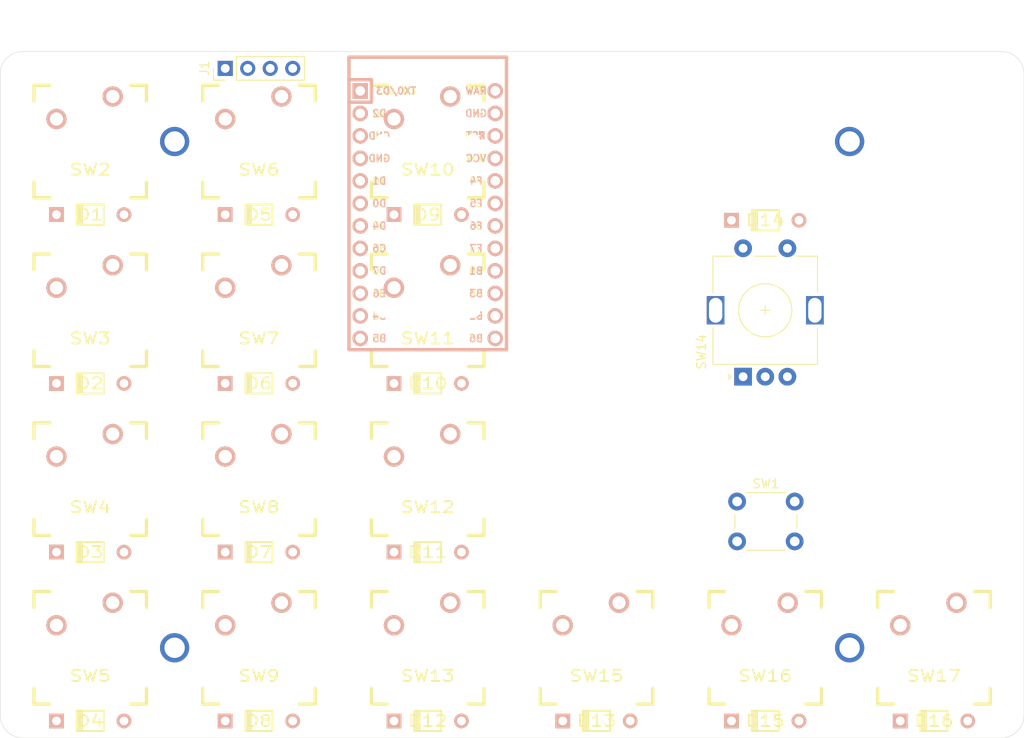
<source format=kicad_pcb>
(kicad_pcb (version 20171130) (host pcbnew "(5.1.5)-3")

  (general
    (thickness 1.6)
    (drawings 8)
    (tracks 0)
    (zones 0)
    (modules 39)
    (nets 34)
  )

  (page A4)
  (layers
    (0 F.Cu signal)
    (31 B.Cu signal)
    (32 B.Adhes user)
    (33 F.Adhes user)
    (34 B.Paste user)
    (35 F.Paste user)
    (36 B.SilkS user)
    (37 F.SilkS user)
    (38 B.Mask user)
    (39 F.Mask user)
    (40 Dwgs.User user)
    (41 Cmts.User user)
    (42 Eco1.User user)
    (43 Eco2.User user)
    (44 Edge.Cuts user)
    (45 Margin user)
    (46 B.CrtYd user)
    (47 F.CrtYd user)
    (48 B.Fab user)
    (49 F.Fab user)
  )

  (setup
    (last_trace_width 0.25)
    (trace_clearance 0.2)
    (zone_clearance 0.508)
    (zone_45_only no)
    (trace_min 0.2)
    (via_size 0.8)
    (via_drill 0.4)
    (via_min_size 0.4)
    (via_min_drill 0.3)
    (uvia_size 0.3)
    (uvia_drill 0.1)
    (uvias_allowed no)
    (uvia_min_size 0.2)
    (uvia_min_drill 0.1)
    (edge_width 0.05)
    (segment_width 0.2)
    (pcb_text_width 0.3)
    (pcb_text_size 1.5 1.5)
    (mod_edge_width 0.12)
    (mod_text_size 1 1)
    (mod_text_width 0.15)
    (pad_size 1.524 1.524)
    (pad_drill 0.762)
    (pad_to_mask_clearance 0.051)
    (solder_mask_min_width 0.25)
    (aux_axis_origin 0 0)
    (visible_elements 7FFFF7FF)
    (pcbplotparams
      (layerselection 0x010f0_ffffffff)
      (usegerberextensions false)
      (usegerberattributes true)
      (usegerberadvancedattributes true)
      (creategerberjobfile false)
      (excludeedgelayer true)
      (linewidth 0.100000)
      (plotframeref false)
      (viasonmask false)
      (mode 1)
      (useauxorigin false)
      (hpglpennumber 1)
      (hpglpenspeed 20)
      (hpglpendiameter 15.000000)
      (psnegative false)
      (psa4output false)
      (plotreference false)
      (plotvalue false)
      (plotinvisibletext false)
      (padsonsilk false)
      (subtractmaskfromsilk false)
      (outputformat 1)
      (mirror false)
      (drillshape 0)
      (scaleselection 1)
      (outputdirectory "plots/"))
  )

  (net 0 "")
  (net 1 /ROW_A)
  (net 2 "Net-(D1-Pad2)")
  (net 3 /ROW_B)
  (net 4 "Net-(D2-Pad2)")
  (net 5 /ROW_C)
  (net 6 "Net-(D3-Pad2)")
  (net 7 /ROW_D)
  (net 8 "Net-(D4-Pad2)")
  (net 9 "Net-(D5-Pad2)")
  (net 10 "Net-(D6-Pad2)")
  (net 11 "Net-(D7-Pad2)")
  (net 12 "Net-(D8-Pad2)")
  (net 13 "Net-(D9-Pad2)")
  (net 14 "Net-(D10-Pad2)")
  (net 15 "Net-(D11-Pad2)")
  (net 16 "Net-(D12-Pad2)")
  (net 17 "Net-(D13-Pad2)")
  (net 18 "Net-(D14-Pad2)")
  (net 19 "Net-(D15-Pad2)")
  (net 20 "Net-(D16-Pad2)")
  (net 21 VCC)
  (net 22 /SCL)
  (net 23 /SDA)
  (net 24 GND)
  (net 25 "Net-(SW1-Pad1)")
  (net 26 /COL_A)
  (net 27 /COL_B)
  (net 28 /COL_C)
  (net 29 /COL_D)
  (net 30 /ROT1_A)
  (net 31 /ROT1_B)
  (net 32 /COL_E)
  (net 33 /COL_F)

  (net_class Default "This is the default net class."
    (clearance 0.2)
    (trace_width 0.25)
    (via_dia 0.8)
    (via_drill 0.4)
    (uvia_dia 0.3)
    (uvia_drill 0.1)
    (add_net /COL_A)
    (add_net /COL_B)
    (add_net /COL_C)
    (add_net /COL_D)
    (add_net /COL_E)
    (add_net /COL_F)
    (add_net /ROT1_A)
    (add_net /ROT1_B)
    (add_net /ROW_A)
    (add_net /ROW_B)
    (add_net /ROW_C)
    (add_net /ROW_D)
    (add_net /SCL)
    (add_net /SDA)
    (add_net GND)
    (add_net "Net-(D1-Pad2)")
    (add_net "Net-(D10-Pad2)")
    (add_net "Net-(D11-Pad2)")
    (add_net "Net-(D12-Pad2)")
    (add_net "Net-(D13-Pad2)")
    (add_net "Net-(D14-Pad2)")
    (add_net "Net-(D15-Pad2)")
    (add_net "Net-(D16-Pad2)")
    (add_net "Net-(D2-Pad2)")
    (add_net "Net-(D3-Pad2)")
    (add_net "Net-(D4-Pad2)")
    (add_net "Net-(D5-Pad2)")
    (add_net "Net-(D6-Pad2)")
    (add_net "Net-(D7-Pad2)")
    (add_net "Net-(D8-Pad2)")
    (add_net "Net-(D9-Pad2)")
    (add_net "Net-(SW1-Pad1)")
    (add_net VCC)
  )

  (module Keyboard_Parts:MountingHole_M2 (layer F.Cu) (tedit 5A95F8A9) (tstamp 5F5AAB8C)
    (at 139.7 73.025)
    (descr "Mounting Hole 4mm, no annular")
    (tags "mounting hole 4mm no annular")
    (attr virtual)
    (fp_text reference HOLE5 (at 0 -5) (layer F.SilkS) hide
      (effects (font (size 1 1) (thickness 0.15)))
    )
    (fp_text value MountingHole_4mm (at 0 5) (layer F.Fab)
      (effects (font (size 1 1) (thickness 0.15)))
    )
    (fp_text user %R (at -5.5 0 90) (layer F.Fab)
      (effects (font (size 1 1) (thickness 0.15)))
    )
    (fp_circle (center 0 0) (end 3 0) (layer Cmts.User) (width 0.15))
    (fp_circle (center 0 0) (end 4.25 0) (layer F.CrtYd) (width 0.05))
    (pad 1 thru_hole circle (at 0 0) (size 3.3 3.3) (drill 2.3) (layers *.Cu *.Mask))
  )

  (module Keyboard_Parts:MountingHole_M2 (layer F.Cu) (tedit 5A95F8A9) (tstamp 5F5AAB83)
    (at 139.7 130.175)
    (descr "Mounting Hole 4mm, no annular")
    (tags "mounting hole 4mm no annular")
    (attr virtual)
    (fp_text reference HOLE5 (at 0 -5) (layer F.SilkS) hide
      (effects (font (size 1 1) (thickness 0.15)))
    )
    (fp_text value MountingHole_4mm (at 0 5) (layer F.Fab)
      (effects (font (size 1 1) (thickness 0.15)))
    )
    (fp_text user %R (at -5.5 0 90) (layer F.Fab)
      (effects (font (size 1 1) (thickness 0.15)))
    )
    (fp_circle (center 0 0) (end 3 0) (layer Cmts.User) (width 0.15))
    (fp_circle (center 0 0) (end 4.25 0) (layer F.CrtYd) (width 0.05))
    (pad 1 thru_hole circle (at 0 0) (size 3.3 3.3) (drill 2.3) (layers *.Cu *.Mask))
  )

  (module Keyboard_Parts:MountingHole_M2 (layer F.Cu) (tedit 5A95F8A9) (tstamp 5F5AAB7A)
    (at 63.5 130.175)
    (descr "Mounting Hole 4mm, no annular")
    (tags "mounting hole 4mm no annular")
    (attr virtual)
    (fp_text reference HOLE5 (at 0 -5) (layer F.SilkS) hide
      (effects (font (size 1 1) (thickness 0.15)))
    )
    (fp_text value MountingHole_4mm (at 0 5) (layer F.Fab)
      (effects (font (size 1 1) (thickness 0.15)))
    )
    (fp_text user %R (at -5.5 0 90) (layer F.Fab)
      (effects (font (size 1 1) (thickness 0.15)))
    )
    (fp_circle (center 0 0) (end 3 0) (layer Cmts.User) (width 0.15))
    (fp_circle (center 0 0) (end 4.25 0) (layer F.CrtYd) (width 0.05))
    (pad 1 thru_hole circle (at 0 0) (size 3.3 3.3) (drill 2.3) (layers *.Cu *.Mask))
  )

  (module Keyboard_Parts:MountingHole_M2 (layer F.Cu) (tedit 5A95F8A9) (tstamp 5F5AAB71)
    (at 63.5 73.025)
    (descr "Mounting Hole 4mm, no annular")
    (tags "mounting hole 4mm no annular")
    (attr virtual)
    (fp_text reference HOLE5 (at 0 -5) (layer F.SilkS) hide
      (effects (font (size 1 1) (thickness 0.15)))
    )
    (fp_text value MountingHole_4mm (at 0 5) (layer F.Fab)
      (effects (font (size 1 1) (thickness 0.15)))
    )
    (fp_text user %R (at -5.5 0 90) (layer F.Fab)
      (effects (font (size 1 1) (thickness 0.15)))
    )
    (fp_circle (center 0 0) (end 3 0) (layer Cmts.User) (width 0.15))
    (fp_circle (center 0 0) (end 4.25 0) (layer F.CrtYd) (width 0.05))
    (pad 1 thru_hole circle (at 0 0) (size 3.3 3.3) (drill 2.3) (layers *.Cu *.Mask))
  )

  (module Keebio_Parts:ArduinoProMicro (layer F.Cu) (tedit 5B307E4C) (tstamp 5F5A7230)
    (at 92.075 81.28 270)
    (path /5F5954A3)
    (fp_text reference U1 (at 0 1.625 90) (layer F.SilkS) hide
      (effects (font (size 1.27 1.524) (thickness 0.2032)))
    )
    (fp_text value ProMicro (at 0 0 90) (layer F.SilkS) hide
      (effects (font (size 1.27 1.524) (thickness 0.2032)))
    )
    (fp_line (start -12.7 6.35) (end -12.7 8.89) (layer B.SilkS) (width 0.381))
    (fp_line (start -15.24 6.35) (end -12.7 6.35) (layer B.SilkS) (width 0.381))
    (fp_text user D2 (at -11.43 5.461) (layer B.SilkS)
      (effects (font (size 0.8 0.8) (thickness 0.15)) (justify mirror))
    )
    (fp_text user D0 (at -1.27 5.461) (layer B.SilkS)
      (effects (font (size 0.8 0.8) (thickness 0.15)) (justify mirror))
    )
    (fp_text user D1 (at -3.81 5.461) (layer B.SilkS)
      (effects (font (size 0.8 0.8) (thickness 0.15)) (justify mirror))
    )
    (fp_text user GND (at -6.35 5.461) (layer B.SilkS)
      (effects (font (size 0.8 0.8) (thickness 0.15)) (justify mirror))
    )
    (fp_text user GND (at -8.89 5.461) (layer B.SilkS)
      (effects (font (size 0.8 0.8) (thickness 0.15)) (justify mirror))
    )
    (fp_text user D4 (at 1.27 5.461) (layer B.SilkS)
      (effects (font (size 0.8 0.8) (thickness 0.15)) (justify mirror))
    )
    (fp_text user C6 (at 3.81 5.461) (layer B.SilkS)
      (effects (font (size 0.8 0.8) (thickness 0.15)) (justify mirror))
    )
    (fp_text user D7 (at 6.35 5.461) (layer B.SilkS)
      (effects (font (size 0.8 0.8) (thickness 0.15)) (justify mirror))
    )
    (fp_text user E6 (at 8.89 5.461) (layer B.SilkS)
      (effects (font (size 0.8 0.8) (thickness 0.15)) (justify mirror))
    )
    (fp_text user B4 (at 11.43 5.461) (layer B.SilkS)
      (effects (font (size 0.8 0.8) (thickness 0.15)) (justify mirror))
    )
    (fp_text user B5 (at 13.97 5.461) (layer B.SilkS)
      (effects (font (size 0.8 0.8) (thickness 0.15)) (justify mirror))
    )
    (fp_text user B6 (at 13.97 -5.461) (layer B.SilkS)
      (effects (font (size 0.8 0.8) (thickness 0.15)) (justify mirror))
    )
    (fp_text user B2 (at 11.43 -5.461) (layer F.SilkS)
      (effects (font (size 0.8 0.8) (thickness 0.15)))
    )
    (fp_text user B3 (at 8.89 -5.461) (layer B.SilkS)
      (effects (font (size 0.8 0.8) (thickness 0.15)) (justify mirror))
    )
    (fp_text user B1 (at 6.35 -5.461) (layer B.SilkS)
      (effects (font (size 0.8 0.8) (thickness 0.15)) (justify mirror))
    )
    (fp_text user F7 (at 3.81 -5.461) (layer F.SilkS)
      (effects (font (size 0.8 0.8) (thickness 0.15)))
    )
    (fp_text user F6 (at 1.27 -5.461) (layer F.SilkS)
      (effects (font (size 0.8 0.8) (thickness 0.15)))
    )
    (fp_text user F5 (at -1.27 -5.461) (layer F.SilkS)
      (effects (font (size 0.8 0.8) (thickness 0.15)))
    )
    (fp_text user F4 (at -3.81 -5.461) (layer B.SilkS)
      (effects (font (size 0.8 0.8) (thickness 0.15)) (justify mirror))
    )
    (fp_text user VCC (at -6.35 -5.461) (layer B.SilkS)
      (effects (font (size 0.8 0.8) (thickness 0.15)) (justify mirror))
    )
    (fp_text user GND (at -11.43 -5.461) (layer B.SilkS)
      (effects (font (size 0.8 0.8) (thickness 0.15)) (justify mirror))
    )
    (fp_text user RAW (at -13.97 -5.461) (layer B.SilkS)
      (effects (font (size 0.8 0.8) (thickness 0.15)) (justify mirror))
    )
    (fp_text user RAW (at -13.97 -5.461) (layer F.SilkS)
      (effects (font (size 0.8 0.8) (thickness 0.15)))
    )
    (fp_text user GND (at -11.43 -5.461) (layer F.SilkS)
      (effects (font (size 0.8 0.8) (thickness 0.15)))
    )
    (fp_text user ST (at -8.92 -5.73312) (layer F.SilkS)
      (effects (font (size 0.8 0.8) (thickness 0.15)))
    )
    (fp_text user VCC (at -6.35 -5.461) (layer F.SilkS)
      (effects (font (size 0.8 0.8) (thickness 0.15)))
    )
    (fp_text user F4 (at -3.81 -5.461) (layer F.SilkS)
      (effects (font (size 0.8 0.8) (thickness 0.15)))
    )
    (fp_text user F5 (at -1.27 -5.461) (layer B.SilkS)
      (effects (font (size 0.8 0.8) (thickness 0.15)) (justify mirror))
    )
    (fp_text user F6 (at 1.27 -5.461) (layer B.SilkS)
      (effects (font (size 0.8 0.8) (thickness 0.15)) (justify mirror))
    )
    (fp_text user F7 (at 3.81 -5.461) (layer B.SilkS)
      (effects (font (size 0.8 0.8) (thickness 0.15)) (justify mirror))
    )
    (fp_text user B1 (at 6.35 -5.461) (layer F.SilkS)
      (effects (font (size 0.8 0.8) (thickness 0.15)))
    )
    (fp_text user B3 (at 8.89 -5.461) (layer F.SilkS)
      (effects (font (size 0.8 0.8) (thickness 0.15)))
    )
    (fp_text user B2 (at 11.43 -5.461) (layer B.SilkS)
      (effects (font (size 0.8 0.8) (thickness 0.15)) (justify mirror))
    )
    (fp_text user B6 (at 13.97 -5.461) (layer F.SilkS)
      (effects (font (size 0.8 0.8) (thickness 0.15)))
    )
    (fp_text user B5 (at 13.97 5.461) (layer F.SilkS)
      (effects (font (size 0.8 0.8) (thickness 0.15)))
    )
    (fp_text user B4 (at 11.43 5.461) (layer F.SilkS)
      (effects (font (size 0.8 0.8) (thickness 0.15)))
    )
    (fp_text user E6 (at 8.89 5.461) (layer F.SilkS)
      (effects (font (size 0.8 0.8) (thickness 0.15)))
    )
    (fp_text user D7 (at 6.35 5.461) (layer F.SilkS)
      (effects (font (size 0.8 0.8) (thickness 0.15)))
    )
    (fp_text user C6 (at 3.81 5.461) (layer F.SilkS)
      (effects (font (size 0.8 0.8) (thickness 0.15)))
    )
    (fp_text user D4 (at 1.27 5.461) (layer F.SilkS)
      (effects (font (size 0.8 0.8) (thickness 0.15)))
    )
    (fp_text user GND (at -8.89 5.461) (layer F.SilkS)
      (effects (font (size 0.8 0.8) (thickness 0.15)))
    )
    (fp_text user GND (at -6.35 5.461) (layer F.SilkS)
      (effects (font (size 0.8 0.8) (thickness 0.15)))
    )
    (fp_text user D1 (at -3.81 5.461) (layer F.SilkS)
      (effects (font (size 0.8 0.8) (thickness 0.15)))
    )
    (fp_text user D0 (at -1.27 5.461) (layer F.SilkS)
      (effects (font (size 0.8 0.8) (thickness 0.15)))
    )
    (fp_text user D2 (at -11.43 5.461) (layer F.SilkS)
      (effects (font (size 0.8 0.8) (thickness 0.15)))
    )
    (fp_text user TX0/D3 (at -13.97 3.571872) (layer B.SilkS)
      (effects (font (size 0.8 0.8) (thickness 0.15)) (justify mirror))
    )
    (fp_text user TX0/D3 (at -13.97 3.571872) (layer F.SilkS)
      (effects (font (size 0.8 0.8) (thickness 0.15)))
    )
    (fp_line (start -15.24 8.89) (end 15.24 8.89) (layer F.SilkS) (width 0.381))
    (fp_line (start 15.24 8.89) (end 15.24 -8.89) (layer F.SilkS) (width 0.381))
    (fp_line (start 15.24 -8.89) (end -15.24 -8.89) (layer F.SilkS) (width 0.381))
    (fp_line (start -15.24 6.35) (end -12.7 6.35) (layer F.SilkS) (width 0.381))
    (fp_line (start -12.7 6.35) (end -12.7 8.89) (layer F.SilkS) (width 0.381))
    (fp_poly (pts (xy -9.36064 -4.931568) (xy -9.06064 -4.931568) (xy -9.06064 -4.831568) (xy -9.36064 -4.831568)) (layer F.SilkS) (width 0.15))
    (fp_poly (pts (xy -8.96064 -4.731568) (xy -8.86064 -4.731568) (xy -8.86064 -4.631568) (xy -8.96064 -4.631568)) (layer F.SilkS) (width 0.15))
    (fp_poly (pts (xy -9.36064 -4.931568) (xy -9.26064 -4.931568) (xy -9.26064 -4.431568) (xy -9.36064 -4.431568)) (layer F.SilkS) (width 0.15))
    (fp_poly (pts (xy -9.36064 -4.531568) (xy -8.56064 -4.531568) (xy -8.56064 -4.431568) (xy -9.36064 -4.431568)) (layer F.SilkS) (width 0.15))
    (fp_poly (pts (xy -8.76064 -4.931568) (xy -8.56064 -4.931568) (xy -8.56064 -4.831568) (xy -8.76064 -4.831568)) (layer F.SilkS) (width 0.15))
    (fp_text user ST (at -8.91 -5.04) (layer B.SilkS)
      (effects (font (size 0.8 0.8) (thickness 0.15)) (justify mirror))
    )
    (fp_poly (pts (xy -8.95097 -6.044635) (xy -8.85097 -6.044635) (xy -8.85097 -6.144635) (xy -8.95097 -6.144635)) (layer B.SilkS) (width 0.15))
    (fp_poly (pts (xy -9.35097 -6.244635) (xy -8.55097 -6.244635) (xy -8.55097 -6.344635) (xy -9.35097 -6.344635)) (layer B.SilkS) (width 0.15))
    (fp_poly (pts (xy -8.75097 -5.844635) (xy -8.55097 -5.844635) (xy -8.55097 -5.944635) (xy -8.75097 -5.944635)) (layer B.SilkS) (width 0.15))
    (fp_poly (pts (xy -9.35097 -5.844635) (xy -9.05097 -5.844635) (xy -9.05097 -5.944635) (xy -9.35097 -5.944635)) (layer B.SilkS) (width 0.15))
    (fp_poly (pts (xy -9.35097 -5.844635) (xy -9.25097 -5.844635) (xy -9.25097 -6.344635) (xy -9.35097 -6.344635)) (layer B.SilkS) (width 0.15))
    (fp_line (start 15.24 -8.89) (end -17.78 -8.89) (layer B.SilkS) (width 0.381))
    (fp_line (start 15.24 8.89) (end 15.24 -8.89) (layer B.SilkS) (width 0.381))
    (fp_line (start -17.78 8.89) (end 15.24 8.89) (layer B.SilkS) (width 0.381))
    (fp_line (start -17.78 -8.89) (end -17.78 8.89) (layer B.SilkS) (width 0.381))
    (fp_line (start -15.24 -8.89) (end -17.78 -8.89) (layer F.SilkS) (width 0.381))
    (fp_line (start -17.78 -8.89) (end -17.78 8.89) (layer F.SilkS) (width 0.381))
    (fp_line (start -17.78 8.89) (end -15.24 8.89) (layer F.SilkS) (width 0.381))
    (fp_line (start -14.224 -3.556) (end -14.224 3.81) (layer Dwgs.User) (width 0.2))
    (fp_line (start -14.224 3.81) (end -19.304 3.81) (layer Dwgs.User) (width 0.2))
    (fp_line (start -19.304 3.81) (end -19.304 -3.556) (layer Dwgs.User) (width 0.2))
    (fp_line (start -19.304 -3.556) (end -14.224 -3.556) (layer Dwgs.User) (width 0.2))
    (fp_line (start -15.24 6.35) (end -15.24 8.89) (layer B.SilkS) (width 0.381))
    (fp_line (start -15.24 6.35) (end -15.24 8.89) (layer F.SilkS) (width 0.381))
    (pad 1 thru_hole rect (at -13.97 7.62 270) (size 1.7526 1.7526) (drill 1.0922) (layers *.Cu *.SilkS *.Mask))
    (pad 2 thru_hole circle (at -11.43 7.62 270) (size 1.7526 1.7526) (drill 1.0922) (layers *.Cu *.SilkS *.Mask))
    (pad 3 thru_hole circle (at -8.89 7.62 270) (size 1.7526 1.7526) (drill 1.0922) (layers *.Cu *.SilkS *.Mask)
      (net 24 GND))
    (pad 4 thru_hole circle (at -6.35 7.62 270) (size 1.7526 1.7526) (drill 1.0922) (layers *.Cu *.SilkS *.Mask)
      (net 24 GND))
    (pad 5 thru_hole circle (at -3.81 7.62 270) (size 1.7526 1.7526) (drill 1.0922) (layers *.Cu *.SilkS *.Mask)
      (net 22 /SCL))
    (pad 6 thru_hole circle (at -1.27 7.62 270) (size 1.7526 1.7526) (drill 1.0922) (layers *.Cu *.SilkS *.Mask)
      (net 23 /SDA))
    (pad 7 thru_hole circle (at 1.27 7.62 270) (size 1.7526 1.7526) (drill 1.0922) (layers *.Cu *.SilkS *.Mask)
      (net 1 /ROW_A))
    (pad 8 thru_hole circle (at 3.81 7.62 270) (size 1.7526 1.7526) (drill 1.0922) (layers *.Cu *.SilkS *.Mask)
      (net 3 /ROW_B))
    (pad 9 thru_hole circle (at 6.35 7.62 270) (size 1.7526 1.7526) (drill 1.0922) (layers *.Cu *.SilkS *.Mask)
      (net 5 /ROW_C))
    (pad 10 thru_hole circle (at 8.89 7.62 270) (size 1.7526 1.7526) (drill 1.0922) (layers *.Cu *.SilkS *.Mask)
      (net 7 /ROW_D))
    (pad 11 thru_hole circle (at 11.43 7.62 270) (size 1.7526 1.7526) (drill 1.0922) (layers *.Cu *.SilkS *.Mask)
      (net 26 /COL_A))
    (pad 13 thru_hole circle (at 13.97 -7.62 270) (size 1.7526 1.7526) (drill 1.0922) (layers *.Cu *.SilkS *.Mask)
      (net 28 /COL_C))
    (pad 14 thru_hole circle (at 11.43 -7.62 270) (size 1.7526 1.7526) (drill 1.0922) (layers *.Cu *.SilkS *.Mask)
      (net 29 /COL_D))
    (pad 15 thru_hole circle (at 8.89 -7.62 270) (size 1.7526 1.7526) (drill 1.0922) (layers *.Cu *.SilkS *.Mask)
      (net 32 /COL_E))
    (pad 16 thru_hole circle (at 6.35 -7.62 270) (size 1.7526 1.7526) (drill 1.0922) (layers *.Cu *.SilkS *.Mask)
      (net 33 /COL_F))
    (pad 17 thru_hole circle (at 3.81 -7.62 270) (size 1.7526 1.7526) (drill 1.0922) (layers *.Cu *.SilkS *.Mask)
      (net 30 /ROT1_A))
    (pad 18 thru_hole circle (at 1.27 -7.62 270) (size 1.7526 1.7526) (drill 1.0922) (layers *.Cu *.SilkS *.Mask)
      (net 31 /ROT1_B))
    (pad 19 thru_hole circle (at -1.27 -7.62 270) (size 1.7526 1.7526) (drill 1.0922) (layers *.Cu *.SilkS *.Mask))
    (pad 20 thru_hole circle (at -3.81 -7.62 270) (size 1.7526 1.7526) (drill 1.0922) (layers *.Cu *.SilkS *.Mask))
    (pad 21 thru_hole circle (at -6.35 -7.62 270) (size 1.7526 1.7526) (drill 1.0922) (layers *.Cu *.SilkS *.Mask)
      (net 21 VCC))
    (pad 22 thru_hole circle (at -8.89 -7.62 270) (size 1.7526 1.7526) (drill 1.0922) (layers *.Cu *.SilkS *.Mask)
      (net 25 "Net-(SW1-Pad1)"))
    (pad 23 thru_hole circle (at -11.43 -7.62 270) (size 1.7526 1.7526) (drill 1.0922) (layers *.Cu *.SilkS *.Mask)
      (net 24 GND))
    (pad 12 thru_hole circle (at 13.97 7.62 270) (size 1.7526 1.7526) (drill 1.0922) (layers *.Cu *.SilkS *.Mask)
      (net 27 /COL_B))
    (pad 24 thru_hole circle (at -13.97 -7.62 270) (size 1.7526 1.7526) (drill 1.0922) (layers *.Cu *.SilkS *.Mask))
    (model /Users/danny/Documents/proj/custom-keyboard/kicad-libs/3d_models/ArduinoProMicro.wrl
      (offset (xyz -13.96999979019165 -7.619999885559082 -5.841999912261963))
      (scale (xyz 0.395 0.395 0.395))
      (rotate (xyz 90 180 180))
    )
  )

  (module TheKeebrary:MX_PCB_100H (layer F.Cu) (tedit 549A0505) (tstamp 5F5A722D)
    (at 149.225 130.175)
    (path /5F59F26E)
    (fp_text reference SW17 (at 0 3.175) (layer F.SilkS)
      (effects (font (size 1.27 1.524) (thickness 0.2032)))
    )
    (fp_text value SW_Push (at 0 5.08) (layer F.SilkS) hide
      (effects (font (size 1.27 1.524) (thickness 0.2032)))
    )
    (fp_text user 1.00u (at -5.715 8.255) (layer Dwgs.User)
      (effects (font (size 1.524 1.524) (thickness 0.3048)))
    )
    (fp_line (start -6.35 -6.35) (end 6.35 -6.35) (layer Cmts.User) (width 0.1524))
    (fp_line (start 6.35 -6.35) (end 6.35 6.35) (layer Cmts.User) (width 0.1524))
    (fp_line (start 6.35 6.35) (end -6.35 6.35) (layer Cmts.User) (width 0.1524))
    (fp_line (start -6.35 6.35) (end -6.35 -6.35) (layer Cmts.User) (width 0.1524))
    (fp_line (start -9.398 -9.398) (end 9.398 -9.398) (layer Dwgs.User) (width 0.1524))
    (fp_line (start 9.398 -9.398) (end 9.398 9.398) (layer Dwgs.User) (width 0.1524))
    (fp_line (start 9.398 9.398) (end -9.398 9.398) (layer Dwgs.User) (width 0.1524))
    (fp_line (start -9.398 9.398) (end -9.398 -9.398) (layer Dwgs.User) (width 0.1524))
    (fp_line (start -6.35 -6.35) (end -4.572 -6.35) (layer F.SilkS) (width 0.381))
    (fp_line (start 4.572 -6.35) (end 6.35 -6.35) (layer F.SilkS) (width 0.381))
    (fp_line (start 6.35 -6.35) (end 6.35 -4.572) (layer F.SilkS) (width 0.381))
    (fp_line (start 6.35 4.572) (end 6.35 6.35) (layer F.SilkS) (width 0.381))
    (fp_line (start 6.35 6.35) (end 4.572 6.35) (layer F.SilkS) (width 0.381))
    (fp_line (start -4.572 6.35) (end -6.35 6.35) (layer F.SilkS) (width 0.381))
    (fp_line (start -6.35 6.35) (end -6.35 4.572) (layer F.SilkS) (width 0.381))
    (fp_line (start -6.35 -4.572) (end -6.35 -6.35) (layer F.SilkS) (width 0.381))
    (fp_line (start -6.985 -6.985) (end 6.985 -6.985) (layer Eco2.User) (width 0.1524))
    (fp_line (start 6.985 -6.985) (end 6.985 6.985) (layer Eco2.User) (width 0.1524))
    (fp_line (start 6.985 6.985) (end -6.985 6.985) (layer Eco2.User) (width 0.1524))
    (fp_line (start -6.985 6.985) (end -6.985 -6.985) (layer Eco2.User) (width 0.1524))
    (pad 1 thru_hole circle (at 2.54 -5.08) (size 2.286 2.286) (drill 1.4986) (layers *.Cu *.SilkS *.Mask)
      (net 33 /COL_F))
    (pad 2 thru_hole circle (at -3.81 -2.54) (size 2.286 2.286) (drill 1.4986) (layers *.Cu *.SilkS *.Mask)
      (net 20 "Net-(D16-Pad2)"))
    (pad HOLE np_thru_hole circle (at 0 0) (size 3.9878 3.9878) (drill 3.9878) (layers *.Cu))
    (pad HOLE np_thru_hole circle (at -5.08 0) (size 1.7018 1.7018) (drill 1.7018) (layers *.Cu))
    (pad HOLE np_thru_hole circle (at 5.08 0) (size 1.7018 1.7018) (drill 1.7018) (layers *.Cu))
  )

  (module TheKeebrary:MX_PCB_100H (layer F.Cu) (tedit 549A0505) (tstamp 5F5A7227)
    (at 130.175 130.175)
    (path /5F59EB52)
    (fp_text reference SW16 (at 0 3.175) (layer F.SilkS)
      (effects (font (size 1.27 1.524) (thickness 0.2032)))
    )
    (fp_text value SW_Push (at 0 5.08) (layer F.SilkS) hide
      (effects (font (size 1.27 1.524) (thickness 0.2032)))
    )
    (fp_text user 1.00u (at -5.715 8.255) (layer Dwgs.User)
      (effects (font (size 1.524 1.524) (thickness 0.3048)))
    )
    (fp_line (start -6.35 -6.35) (end 6.35 -6.35) (layer Cmts.User) (width 0.1524))
    (fp_line (start 6.35 -6.35) (end 6.35 6.35) (layer Cmts.User) (width 0.1524))
    (fp_line (start 6.35 6.35) (end -6.35 6.35) (layer Cmts.User) (width 0.1524))
    (fp_line (start -6.35 6.35) (end -6.35 -6.35) (layer Cmts.User) (width 0.1524))
    (fp_line (start -9.398 -9.398) (end 9.398 -9.398) (layer Dwgs.User) (width 0.1524))
    (fp_line (start 9.398 -9.398) (end 9.398 9.398) (layer Dwgs.User) (width 0.1524))
    (fp_line (start 9.398 9.398) (end -9.398 9.398) (layer Dwgs.User) (width 0.1524))
    (fp_line (start -9.398 9.398) (end -9.398 -9.398) (layer Dwgs.User) (width 0.1524))
    (fp_line (start -6.35 -6.35) (end -4.572 -6.35) (layer F.SilkS) (width 0.381))
    (fp_line (start 4.572 -6.35) (end 6.35 -6.35) (layer F.SilkS) (width 0.381))
    (fp_line (start 6.35 -6.35) (end 6.35 -4.572) (layer F.SilkS) (width 0.381))
    (fp_line (start 6.35 4.572) (end 6.35 6.35) (layer F.SilkS) (width 0.381))
    (fp_line (start 6.35 6.35) (end 4.572 6.35) (layer F.SilkS) (width 0.381))
    (fp_line (start -4.572 6.35) (end -6.35 6.35) (layer F.SilkS) (width 0.381))
    (fp_line (start -6.35 6.35) (end -6.35 4.572) (layer F.SilkS) (width 0.381))
    (fp_line (start -6.35 -4.572) (end -6.35 -6.35) (layer F.SilkS) (width 0.381))
    (fp_line (start -6.985 -6.985) (end 6.985 -6.985) (layer Eco2.User) (width 0.1524))
    (fp_line (start 6.985 -6.985) (end 6.985 6.985) (layer Eco2.User) (width 0.1524))
    (fp_line (start 6.985 6.985) (end -6.985 6.985) (layer Eco2.User) (width 0.1524))
    (fp_line (start -6.985 6.985) (end -6.985 -6.985) (layer Eco2.User) (width 0.1524))
    (pad 1 thru_hole circle (at 2.54 -5.08) (size 2.286 2.286) (drill 1.4986) (layers *.Cu *.SilkS *.Mask)
      (net 32 /COL_E))
    (pad 2 thru_hole circle (at -3.81 -2.54) (size 2.286 2.286) (drill 1.4986) (layers *.Cu *.SilkS *.Mask)
      (net 19 "Net-(D15-Pad2)"))
    (pad HOLE np_thru_hole circle (at 0 0) (size 3.9878 3.9878) (drill 3.9878) (layers *.Cu))
    (pad HOLE np_thru_hole circle (at -5.08 0) (size 1.7018 1.7018) (drill 1.7018) (layers *.Cu))
    (pad HOLE np_thru_hole circle (at 5.08 0) (size 1.7018 1.7018) (drill 1.7018) (layers *.Cu))
  )

  (module TheKeebrary:MX_PCB_100H (layer F.Cu) (tedit 549A0505) (tstamp 5F5A721E)
    (at 111.125 130.175)
    (path /5F59DB8E)
    (fp_text reference SW15 (at 0 3.175) (layer F.SilkS)
      (effects (font (size 1.27 1.524) (thickness 0.2032)))
    )
    (fp_text value SW_Push (at 0 5.08) (layer F.SilkS) hide
      (effects (font (size 1.27 1.524) (thickness 0.2032)))
    )
    (fp_text user 1.00u (at -5.715 8.255) (layer Dwgs.User)
      (effects (font (size 1.524 1.524) (thickness 0.3048)))
    )
    (fp_line (start -6.35 -6.35) (end 6.35 -6.35) (layer Cmts.User) (width 0.1524))
    (fp_line (start 6.35 -6.35) (end 6.35 6.35) (layer Cmts.User) (width 0.1524))
    (fp_line (start 6.35 6.35) (end -6.35 6.35) (layer Cmts.User) (width 0.1524))
    (fp_line (start -6.35 6.35) (end -6.35 -6.35) (layer Cmts.User) (width 0.1524))
    (fp_line (start -9.398 -9.398) (end 9.398 -9.398) (layer Dwgs.User) (width 0.1524))
    (fp_line (start 9.398 -9.398) (end 9.398 9.398) (layer Dwgs.User) (width 0.1524))
    (fp_line (start 9.398 9.398) (end -9.398 9.398) (layer Dwgs.User) (width 0.1524))
    (fp_line (start -9.398 9.398) (end -9.398 -9.398) (layer Dwgs.User) (width 0.1524))
    (fp_line (start -6.35 -6.35) (end -4.572 -6.35) (layer F.SilkS) (width 0.381))
    (fp_line (start 4.572 -6.35) (end 6.35 -6.35) (layer F.SilkS) (width 0.381))
    (fp_line (start 6.35 -6.35) (end 6.35 -4.572) (layer F.SilkS) (width 0.381))
    (fp_line (start 6.35 4.572) (end 6.35 6.35) (layer F.SilkS) (width 0.381))
    (fp_line (start 6.35 6.35) (end 4.572 6.35) (layer F.SilkS) (width 0.381))
    (fp_line (start -4.572 6.35) (end -6.35 6.35) (layer F.SilkS) (width 0.381))
    (fp_line (start -6.35 6.35) (end -6.35 4.572) (layer F.SilkS) (width 0.381))
    (fp_line (start -6.35 -4.572) (end -6.35 -6.35) (layer F.SilkS) (width 0.381))
    (fp_line (start -6.985 -6.985) (end 6.985 -6.985) (layer Eco2.User) (width 0.1524))
    (fp_line (start 6.985 -6.985) (end 6.985 6.985) (layer Eco2.User) (width 0.1524))
    (fp_line (start 6.985 6.985) (end -6.985 6.985) (layer Eco2.User) (width 0.1524))
    (fp_line (start -6.985 6.985) (end -6.985 -6.985) (layer Eco2.User) (width 0.1524))
    (pad 1 thru_hole circle (at 2.54 -5.08) (size 2.286 2.286) (drill 1.4986) (layers *.Cu *.SilkS *.Mask)
      (net 29 /COL_D))
    (pad 2 thru_hole circle (at -3.81 -2.54) (size 2.286 2.286) (drill 1.4986) (layers *.Cu *.SilkS *.Mask)
      (net 17 "Net-(D13-Pad2)"))
    (pad HOLE np_thru_hole circle (at 0 0) (size 3.9878 3.9878) (drill 3.9878) (layers *.Cu))
    (pad HOLE np_thru_hole circle (at -5.08 0) (size 1.7018 1.7018) (drill 1.7018) (layers *.Cu))
    (pad HOLE np_thru_hole circle (at 5.08 0) (size 1.7018 1.7018) (drill 1.7018) (layers *.Cu))
  )

  (module Keebio_Parts:RotaryEncoder_Alps_EC11E-Switch_Vertical_H20mm (layer F.Cu) (tedit 5CA39399) (tstamp 5F5A721B)
    (at 130.175 92.075 90)
    (descr "Alps rotary encoder, EC12E... with switch, vertical shaft, http://www.alps.com/prod/info/E/HTML/Encoder/Incremental/EC11/EC11E15204A3.html")
    (tags "rotary encoder")
    (path /5F5EEC46)
    (fp_text reference SW14 (at -4.7 -7.2 90) (layer F.SilkS)
      (effects (font (size 1 1) (thickness 0.15)))
    )
    (fp_text value Rotary_Encoder_Switch (at 0 7.9 90) (layer F.Fab)
      (effects (font (size 1 1) (thickness 0.15)))
    )
    (fp_circle (center 0 0) (end 3 0) (layer F.Fab) (width 0.12))
    (fp_circle (center 0 0) (end 3 0) (layer F.SilkS) (width 0.12))
    (fp_line (start 8.5 7.1) (end -9 7.1) (layer F.CrtYd) (width 0.05))
    (fp_line (start 8.5 7.1) (end 8.5 -7.1) (layer F.CrtYd) (width 0.05))
    (fp_line (start -9 -7.1) (end -9 7.1) (layer F.CrtYd) (width 0.05))
    (fp_line (start -9 -7.1) (end 8.5 -7.1) (layer F.CrtYd) (width 0.05))
    (fp_line (start -5 -5.8) (end 6 -5.8) (layer F.Fab) (width 0.12))
    (fp_line (start 6 -5.8) (end 6 5.8) (layer F.Fab) (width 0.12))
    (fp_line (start 6 5.8) (end -6 5.8) (layer F.Fab) (width 0.12))
    (fp_line (start -6 5.8) (end -6 -4.7) (layer F.Fab) (width 0.12))
    (fp_line (start -6 -4.7) (end -5 -5.8) (layer F.Fab) (width 0.12))
    (fp_line (start 2 -5.9) (end 6.1 -5.9) (layer F.SilkS) (width 0.12))
    (fp_line (start 6.1 5.9) (end 2 5.9) (layer F.SilkS) (width 0.12))
    (fp_line (start -2 5.9) (end -6.1 5.9) (layer F.SilkS) (width 0.12))
    (fp_line (start -2 -5.9) (end -6.1 -5.9) (layer F.SilkS) (width 0.12))
    (fp_line (start -6.1 -5.9) (end -6.1 5.9) (layer F.SilkS) (width 0.12))
    (fp_line (start -7.5 -3.8) (end -7.8 -4.1) (layer F.SilkS) (width 0.12))
    (fp_line (start -7.8 -4.1) (end -7.2 -4.1) (layer F.SilkS) (width 0.12))
    (fp_line (start -7.2 -4.1) (end -7.5 -3.8) (layer F.SilkS) (width 0.12))
    (fp_line (start 0 -3) (end 0 3) (layer F.Fab) (width 0.12))
    (fp_line (start -3 0) (end 3 0) (layer F.Fab) (width 0.12))
    (fp_line (start 6.1 -5.9) (end 6.1 -3.5) (layer F.SilkS) (width 0.12))
    (fp_line (start 6.1 -1.3) (end 6.1 1.3) (layer F.SilkS) (width 0.12))
    (fp_line (start 6.1 3.5) (end 6.1 5.9) (layer F.SilkS) (width 0.12))
    (fp_line (start 0 -0.5) (end 0 0.5) (layer F.SilkS) (width 0.12))
    (fp_line (start -0.5 0) (end 0.5 0) (layer F.SilkS) (width 0.12))
    (fp_text user %R (at 3.6 3.8 90) (layer F.Fab)
      (effects (font (size 1 1) (thickness 0.15)))
    )
    (pad A thru_hole rect (at -7.5 -2.5 90) (size 2 2) (drill 1) (layers *.Cu *.Mask)
      (net 30 /ROT1_A))
    (pad C thru_hole circle (at -7.5 0 90) (size 2 2) (drill 1) (layers *.Cu *.Mask)
      (net 24 GND))
    (pad B thru_hole circle (at -7.5 2.5 90) (size 2 2) (drill 1) (layers *.Cu *.Mask)
      (net 31 /ROT1_B))
    (pad MP thru_hole rect (at 0 -5.6 90) (size 3.2 2) (drill oval 2.8 1.5) (layers *.Cu *.Mask))
    (pad MP thru_hole rect (at 0 5.6 90) (size 3.2 2) (drill oval 2.8 1.5) (layers *.Cu *.Mask))
    (pad S2 thru_hole circle (at 7 -2.5 90) (size 2 2) (drill 1) (layers *.Cu *.Mask)
      (net 18 "Net-(D14-Pad2)"))
    (pad S1 thru_hole circle (at 7 2.5 90) (size 2 2) (drill 1) (layers *.Cu *.Mask)
      (net 29 /COL_D))
    (model ${KISYS3DMOD}/Rotary_Encoder.3dshapes/RotaryEncoder_Alps_EC11E-Switch_Vertical_H20mm.wrl
      (at (xyz 0 0 0))
      (scale (xyz 1 1 1))
      (rotate (xyz 0 0 0))
    )
  )

  (module TheKeebrary:MX_PCB_100H (layer F.Cu) (tedit 549A0505) (tstamp 5F5A7215)
    (at 92.075 130.175)
    (path /5F59AB38)
    (fp_text reference SW13 (at 0 3.175) (layer F.SilkS)
      (effects (font (size 1.27 1.524) (thickness 0.2032)))
    )
    (fp_text value SW_Push (at 0 5.08) (layer F.SilkS) hide
      (effects (font (size 1.27 1.524) (thickness 0.2032)))
    )
    (fp_text user 1.00u (at -5.715 8.255) (layer Dwgs.User)
      (effects (font (size 1.524 1.524) (thickness 0.3048)))
    )
    (fp_line (start -6.35 -6.35) (end 6.35 -6.35) (layer Cmts.User) (width 0.1524))
    (fp_line (start 6.35 -6.35) (end 6.35 6.35) (layer Cmts.User) (width 0.1524))
    (fp_line (start 6.35 6.35) (end -6.35 6.35) (layer Cmts.User) (width 0.1524))
    (fp_line (start -6.35 6.35) (end -6.35 -6.35) (layer Cmts.User) (width 0.1524))
    (fp_line (start -9.398 -9.398) (end 9.398 -9.398) (layer Dwgs.User) (width 0.1524))
    (fp_line (start 9.398 -9.398) (end 9.398 9.398) (layer Dwgs.User) (width 0.1524))
    (fp_line (start 9.398 9.398) (end -9.398 9.398) (layer Dwgs.User) (width 0.1524))
    (fp_line (start -9.398 9.398) (end -9.398 -9.398) (layer Dwgs.User) (width 0.1524))
    (fp_line (start -6.35 -6.35) (end -4.572 -6.35) (layer F.SilkS) (width 0.381))
    (fp_line (start 4.572 -6.35) (end 6.35 -6.35) (layer F.SilkS) (width 0.381))
    (fp_line (start 6.35 -6.35) (end 6.35 -4.572) (layer F.SilkS) (width 0.381))
    (fp_line (start 6.35 4.572) (end 6.35 6.35) (layer F.SilkS) (width 0.381))
    (fp_line (start 6.35 6.35) (end 4.572 6.35) (layer F.SilkS) (width 0.381))
    (fp_line (start -4.572 6.35) (end -6.35 6.35) (layer F.SilkS) (width 0.381))
    (fp_line (start -6.35 6.35) (end -6.35 4.572) (layer F.SilkS) (width 0.381))
    (fp_line (start -6.35 -4.572) (end -6.35 -6.35) (layer F.SilkS) (width 0.381))
    (fp_line (start -6.985 -6.985) (end 6.985 -6.985) (layer Eco2.User) (width 0.1524))
    (fp_line (start 6.985 -6.985) (end 6.985 6.985) (layer Eco2.User) (width 0.1524))
    (fp_line (start 6.985 6.985) (end -6.985 6.985) (layer Eco2.User) (width 0.1524))
    (fp_line (start -6.985 6.985) (end -6.985 -6.985) (layer Eco2.User) (width 0.1524))
    (pad 1 thru_hole circle (at 2.54 -5.08) (size 2.286 2.286) (drill 1.4986) (layers *.Cu *.SilkS *.Mask)
      (net 28 /COL_C))
    (pad 2 thru_hole circle (at -3.81 -2.54) (size 2.286 2.286) (drill 1.4986) (layers *.Cu *.SilkS *.Mask)
      (net 16 "Net-(D12-Pad2)"))
    (pad HOLE np_thru_hole circle (at 0 0) (size 3.9878 3.9878) (drill 3.9878) (layers *.Cu))
    (pad HOLE np_thru_hole circle (at -5.08 0) (size 1.7018 1.7018) (drill 1.7018) (layers *.Cu))
    (pad HOLE np_thru_hole circle (at 5.08 0) (size 1.7018 1.7018) (drill 1.7018) (layers *.Cu))
  )

  (module TheKeebrary:MX_PCB_100H (layer F.Cu) (tedit 549A0505) (tstamp 5F5A7212)
    (at 92.075 111.125)
    (path /5F59B4A2)
    (fp_text reference SW12 (at 0 3.175) (layer F.SilkS)
      (effects (font (size 1.27 1.524) (thickness 0.2032)))
    )
    (fp_text value SW_Push (at 0 5.08) (layer F.SilkS) hide
      (effects (font (size 1.27 1.524) (thickness 0.2032)))
    )
    (fp_text user 1.00u (at -5.715 8.255) (layer Dwgs.User)
      (effects (font (size 1.524 1.524) (thickness 0.3048)))
    )
    (fp_line (start -6.35 -6.35) (end 6.35 -6.35) (layer Cmts.User) (width 0.1524))
    (fp_line (start 6.35 -6.35) (end 6.35 6.35) (layer Cmts.User) (width 0.1524))
    (fp_line (start 6.35 6.35) (end -6.35 6.35) (layer Cmts.User) (width 0.1524))
    (fp_line (start -6.35 6.35) (end -6.35 -6.35) (layer Cmts.User) (width 0.1524))
    (fp_line (start -9.398 -9.398) (end 9.398 -9.398) (layer Dwgs.User) (width 0.1524))
    (fp_line (start 9.398 -9.398) (end 9.398 9.398) (layer Dwgs.User) (width 0.1524))
    (fp_line (start 9.398 9.398) (end -9.398 9.398) (layer Dwgs.User) (width 0.1524))
    (fp_line (start -9.398 9.398) (end -9.398 -9.398) (layer Dwgs.User) (width 0.1524))
    (fp_line (start -6.35 -6.35) (end -4.572 -6.35) (layer F.SilkS) (width 0.381))
    (fp_line (start 4.572 -6.35) (end 6.35 -6.35) (layer F.SilkS) (width 0.381))
    (fp_line (start 6.35 -6.35) (end 6.35 -4.572) (layer F.SilkS) (width 0.381))
    (fp_line (start 6.35 4.572) (end 6.35 6.35) (layer F.SilkS) (width 0.381))
    (fp_line (start 6.35 6.35) (end 4.572 6.35) (layer F.SilkS) (width 0.381))
    (fp_line (start -4.572 6.35) (end -6.35 6.35) (layer F.SilkS) (width 0.381))
    (fp_line (start -6.35 6.35) (end -6.35 4.572) (layer F.SilkS) (width 0.381))
    (fp_line (start -6.35 -4.572) (end -6.35 -6.35) (layer F.SilkS) (width 0.381))
    (fp_line (start -6.985 -6.985) (end 6.985 -6.985) (layer Eco2.User) (width 0.1524))
    (fp_line (start 6.985 -6.985) (end 6.985 6.985) (layer Eco2.User) (width 0.1524))
    (fp_line (start 6.985 6.985) (end -6.985 6.985) (layer Eco2.User) (width 0.1524))
    (fp_line (start -6.985 6.985) (end -6.985 -6.985) (layer Eco2.User) (width 0.1524))
    (pad 1 thru_hole circle (at 2.54 -5.08) (size 2.286 2.286) (drill 1.4986) (layers *.Cu *.SilkS *.Mask)
      (net 28 /COL_C))
    (pad 2 thru_hole circle (at -3.81 -2.54) (size 2.286 2.286) (drill 1.4986) (layers *.Cu *.SilkS *.Mask)
      (net 15 "Net-(D11-Pad2)"))
    (pad HOLE np_thru_hole circle (at 0 0) (size 3.9878 3.9878) (drill 3.9878) (layers *.Cu))
    (pad HOLE np_thru_hole circle (at -5.08 0) (size 1.7018 1.7018) (drill 1.7018) (layers *.Cu))
    (pad HOLE np_thru_hole circle (at 5.08 0) (size 1.7018 1.7018) (drill 1.7018) (layers *.Cu))
  )

  (module TheKeebrary:MX_PCB_100H (layer F.Cu) (tedit 549A0505) (tstamp 5F5A720F)
    (at 92.075 92.075)
    (path /5F59BA39)
    (fp_text reference SW11 (at 0 3.175) (layer F.SilkS)
      (effects (font (size 1.27 1.524) (thickness 0.2032)))
    )
    (fp_text value SW_Push (at 0 5.08) (layer F.SilkS) hide
      (effects (font (size 1.27 1.524) (thickness 0.2032)))
    )
    (fp_text user 1.00u (at -5.715 8.255) (layer Dwgs.User)
      (effects (font (size 1.524 1.524) (thickness 0.3048)))
    )
    (fp_line (start -6.35 -6.35) (end 6.35 -6.35) (layer Cmts.User) (width 0.1524))
    (fp_line (start 6.35 -6.35) (end 6.35 6.35) (layer Cmts.User) (width 0.1524))
    (fp_line (start 6.35 6.35) (end -6.35 6.35) (layer Cmts.User) (width 0.1524))
    (fp_line (start -6.35 6.35) (end -6.35 -6.35) (layer Cmts.User) (width 0.1524))
    (fp_line (start -9.398 -9.398) (end 9.398 -9.398) (layer Dwgs.User) (width 0.1524))
    (fp_line (start 9.398 -9.398) (end 9.398 9.398) (layer Dwgs.User) (width 0.1524))
    (fp_line (start 9.398 9.398) (end -9.398 9.398) (layer Dwgs.User) (width 0.1524))
    (fp_line (start -9.398 9.398) (end -9.398 -9.398) (layer Dwgs.User) (width 0.1524))
    (fp_line (start -6.35 -6.35) (end -4.572 -6.35) (layer F.SilkS) (width 0.381))
    (fp_line (start 4.572 -6.35) (end 6.35 -6.35) (layer F.SilkS) (width 0.381))
    (fp_line (start 6.35 -6.35) (end 6.35 -4.572) (layer F.SilkS) (width 0.381))
    (fp_line (start 6.35 4.572) (end 6.35 6.35) (layer F.SilkS) (width 0.381))
    (fp_line (start 6.35 6.35) (end 4.572 6.35) (layer F.SilkS) (width 0.381))
    (fp_line (start -4.572 6.35) (end -6.35 6.35) (layer F.SilkS) (width 0.381))
    (fp_line (start -6.35 6.35) (end -6.35 4.572) (layer F.SilkS) (width 0.381))
    (fp_line (start -6.35 -4.572) (end -6.35 -6.35) (layer F.SilkS) (width 0.381))
    (fp_line (start -6.985 -6.985) (end 6.985 -6.985) (layer Eco2.User) (width 0.1524))
    (fp_line (start 6.985 -6.985) (end 6.985 6.985) (layer Eco2.User) (width 0.1524))
    (fp_line (start 6.985 6.985) (end -6.985 6.985) (layer Eco2.User) (width 0.1524))
    (fp_line (start -6.985 6.985) (end -6.985 -6.985) (layer Eco2.User) (width 0.1524))
    (pad 1 thru_hole circle (at 2.54 -5.08) (size 2.286 2.286) (drill 1.4986) (layers *.Cu *.SilkS *.Mask)
      (net 28 /COL_C))
    (pad 2 thru_hole circle (at -3.81 -2.54) (size 2.286 2.286) (drill 1.4986) (layers *.Cu *.SilkS *.Mask)
      (net 14 "Net-(D10-Pad2)"))
    (pad HOLE np_thru_hole circle (at 0 0) (size 3.9878 3.9878) (drill 3.9878) (layers *.Cu))
    (pad HOLE np_thru_hole circle (at -5.08 0) (size 1.7018 1.7018) (drill 1.7018) (layers *.Cu))
    (pad HOLE np_thru_hole circle (at 5.08 0) (size 1.7018 1.7018) (drill 1.7018) (layers *.Cu))
  )

  (module TheKeebrary:MX_PCB_100H (layer F.Cu) (tedit 549A0505) (tstamp 5F5A720C)
    (at 92.075 73.025)
    (path /5F59C0A5)
    (fp_text reference SW10 (at 0 3.175) (layer F.SilkS)
      (effects (font (size 1.27 1.524) (thickness 0.2032)))
    )
    (fp_text value SW_Push (at 0 5.08) (layer F.SilkS) hide
      (effects (font (size 1.27 1.524) (thickness 0.2032)))
    )
    (fp_text user 1.00u (at -5.715 8.255) (layer Dwgs.User)
      (effects (font (size 1.524 1.524) (thickness 0.3048)))
    )
    (fp_line (start -6.35 -6.35) (end 6.35 -6.35) (layer Cmts.User) (width 0.1524))
    (fp_line (start 6.35 -6.35) (end 6.35 6.35) (layer Cmts.User) (width 0.1524))
    (fp_line (start 6.35 6.35) (end -6.35 6.35) (layer Cmts.User) (width 0.1524))
    (fp_line (start -6.35 6.35) (end -6.35 -6.35) (layer Cmts.User) (width 0.1524))
    (fp_line (start -9.398 -9.398) (end 9.398 -9.398) (layer Dwgs.User) (width 0.1524))
    (fp_line (start 9.398 -9.398) (end 9.398 9.398) (layer Dwgs.User) (width 0.1524))
    (fp_line (start 9.398 9.398) (end -9.398 9.398) (layer Dwgs.User) (width 0.1524))
    (fp_line (start -9.398 9.398) (end -9.398 -9.398) (layer Dwgs.User) (width 0.1524))
    (fp_line (start -6.35 -6.35) (end -4.572 -6.35) (layer F.SilkS) (width 0.381))
    (fp_line (start 4.572 -6.35) (end 6.35 -6.35) (layer F.SilkS) (width 0.381))
    (fp_line (start 6.35 -6.35) (end 6.35 -4.572) (layer F.SilkS) (width 0.381))
    (fp_line (start 6.35 4.572) (end 6.35 6.35) (layer F.SilkS) (width 0.381))
    (fp_line (start 6.35 6.35) (end 4.572 6.35) (layer F.SilkS) (width 0.381))
    (fp_line (start -4.572 6.35) (end -6.35 6.35) (layer F.SilkS) (width 0.381))
    (fp_line (start -6.35 6.35) (end -6.35 4.572) (layer F.SilkS) (width 0.381))
    (fp_line (start -6.35 -4.572) (end -6.35 -6.35) (layer F.SilkS) (width 0.381))
    (fp_line (start -6.985 -6.985) (end 6.985 -6.985) (layer Eco2.User) (width 0.1524))
    (fp_line (start 6.985 -6.985) (end 6.985 6.985) (layer Eco2.User) (width 0.1524))
    (fp_line (start 6.985 6.985) (end -6.985 6.985) (layer Eco2.User) (width 0.1524))
    (fp_line (start -6.985 6.985) (end -6.985 -6.985) (layer Eco2.User) (width 0.1524))
    (pad 1 thru_hole circle (at 2.54 -5.08) (size 2.286 2.286) (drill 1.4986) (layers *.Cu *.SilkS *.Mask)
      (net 28 /COL_C))
    (pad 2 thru_hole circle (at -3.81 -2.54) (size 2.286 2.286) (drill 1.4986) (layers *.Cu *.SilkS *.Mask)
      (net 13 "Net-(D9-Pad2)"))
    (pad HOLE np_thru_hole circle (at 0 0) (size 3.9878 3.9878) (drill 3.9878) (layers *.Cu))
    (pad HOLE np_thru_hole circle (at -5.08 0) (size 1.7018 1.7018) (drill 1.7018) (layers *.Cu))
    (pad HOLE np_thru_hole circle (at 5.08 0) (size 1.7018 1.7018) (drill 1.7018) (layers *.Cu))
  )

  (module TheKeebrary:MX_PCB_100H (layer F.Cu) (tedit 549A0505) (tstamp 5F5A7209)
    (at 73.025 130.175)
    (path /5F59A2FA)
    (fp_text reference SW9 (at 0 3.175) (layer F.SilkS)
      (effects (font (size 1.27 1.524) (thickness 0.2032)))
    )
    (fp_text value SW_Push (at 0 5.08) (layer F.SilkS) hide
      (effects (font (size 1.27 1.524) (thickness 0.2032)))
    )
    (fp_text user 1.00u (at -5.715 8.255) (layer Dwgs.User)
      (effects (font (size 1.524 1.524) (thickness 0.3048)))
    )
    (fp_line (start -6.35 -6.35) (end 6.35 -6.35) (layer Cmts.User) (width 0.1524))
    (fp_line (start 6.35 -6.35) (end 6.35 6.35) (layer Cmts.User) (width 0.1524))
    (fp_line (start 6.35 6.35) (end -6.35 6.35) (layer Cmts.User) (width 0.1524))
    (fp_line (start -6.35 6.35) (end -6.35 -6.35) (layer Cmts.User) (width 0.1524))
    (fp_line (start -9.398 -9.398) (end 9.398 -9.398) (layer Dwgs.User) (width 0.1524))
    (fp_line (start 9.398 -9.398) (end 9.398 9.398) (layer Dwgs.User) (width 0.1524))
    (fp_line (start 9.398 9.398) (end -9.398 9.398) (layer Dwgs.User) (width 0.1524))
    (fp_line (start -9.398 9.398) (end -9.398 -9.398) (layer Dwgs.User) (width 0.1524))
    (fp_line (start -6.35 -6.35) (end -4.572 -6.35) (layer F.SilkS) (width 0.381))
    (fp_line (start 4.572 -6.35) (end 6.35 -6.35) (layer F.SilkS) (width 0.381))
    (fp_line (start 6.35 -6.35) (end 6.35 -4.572) (layer F.SilkS) (width 0.381))
    (fp_line (start 6.35 4.572) (end 6.35 6.35) (layer F.SilkS) (width 0.381))
    (fp_line (start 6.35 6.35) (end 4.572 6.35) (layer F.SilkS) (width 0.381))
    (fp_line (start -4.572 6.35) (end -6.35 6.35) (layer F.SilkS) (width 0.381))
    (fp_line (start -6.35 6.35) (end -6.35 4.572) (layer F.SilkS) (width 0.381))
    (fp_line (start -6.35 -4.572) (end -6.35 -6.35) (layer F.SilkS) (width 0.381))
    (fp_line (start -6.985 -6.985) (end 6.985 -6.985) (layer Eco2.User) (width 0.1524))
    (fp_line (start 6.985 -6.985) (end 6.985 6.985) (layer Eco2.User) (width 0.1524))
    (fp_line (start 6.985 6.985) (end -6.985 6.985) (layer Eco2.User) (width 0.1524))
    (fp_line (start -6.985 6.985) (end -6.985 -6.985) (layer Eco2.User) (width 0.1524))
    (pad 1 thru_hole circle (at 2.54 -5.08) (size 2.286 2.286) (drill 1.4986) (layers *.Cu *.SilkS *.Mask)
      (net 27 /COL_B))
    (pad 2 thru_hole circle (at -3.81 -2.54) (size 2.286 2.286) (drill 1.4986) (layers *.Cu *.SilkS *.Mask)
      (net 12 "Net-(D8-Pad2)"))
    (pad HOLE np_thru_hole circle (at 0 0) (size 3.9878 3.9878) (drill 3.9878) (layers *.Cu))
    (pad HOLE np_thru_hole circle (at -5.08 0) (size 1.7018 1.7018) (drill 1.7018) (layers *.Cu))
    (pad HOLE np_thru_hole circle (at 5.08 0) (size 1.7018 1.7018) (drill 1.7018) (layers *.Cu))
  )

  (module TheKeebrary:MX_PCB_100H (layer F.Cu) (tedit 549A0505) (tstamp 5F5A7206)
    (at 73.025 111.125)
    (path /5F599C3D)
    (fp_text reference SW8 (at 0 3.175) (layer F.SilkS)
      (effects (font (size 1.27 1.524) (thickness 0.2032)))
    )
    (fp_text value SW_Push (at 0 5.08) (layer F.SilkS) hide
      (effects (font (size 1.27 1.524) (thickness 0.2032)))
    )
    (fp_text user 1.00u (at -5.715 8.255) (layer Dwgs.User)
      (effects (font (size 1.524 1.524) (thickness 0.3048)))
    )
    (fp_line (start -6.35 -6.35) (end 6.35 -6.35) (layer Cmts.User) (width 0.1524))
    (fp_line (start 6.35 -6.35) (end 6.35 6.35) (layer Cmts.User) (width 0.1524))
    (fp_line (start 6.35 6.35) (end -6.35 6.35) (layer Cmts.User) (width 0.1524))
    (fp_line (start -6.35 6.35) (end -6.35 -6.35) (layer Cmts.User) (width 0.1524))
    (fp_line (start -9.398 -9.398) (end 9.398 -9.398) (layer Dwgs.User) (width 0.1524))
    (fp_line (start 9.398 -9.398) (end 9.398 9.398) (layer Dwgs.User) (width 0.1524))
    (fp_line (start 9.398 9.398) (end -9.398 9.398) (layer Dwgs.User) (width 0.1524))
    (fp_line (start -9.398 9.398) (end -9.398 -9.398) (layer Dwgs.User) (width 0.1524))
    (fp_line (start -6.35 -6.35) (end -4.572 -6.35) (layer F.SilkS) (width 0.381))
    (fp_line (start 4.572 -6.35) (end 6.35 -6.35) (layer F.SilkS) (width 0.381))
    (fp_line (start 6.35 -6.35) (end 6.35 -4.572) (layer F.SilkS) (width 0.381))
    (fp_line (start 6.35 4.572) (end 6.35 6.35) (layer F.SilkS) (width 0.381))
    (fp_line (start 6.35 6.35) (end 4.572 6.35) (layer F.SilkS) (width 0.381))
    (fp_line (start -4.572 6.35) (end -6.35 6.35) (layer F.SilkS) (width 0.381))
    (fp_line (start -6.35 6.35) (end -6.35 4.572) (layer F.SilkS) (width 0.381))
    (fp_line (start -6.35 -4.572) (end -6.35 -6.35) (layer F.SilkS) (width 0.381))
    (fp_line (start -6.985 -6.985) (end 6.985 -6.985) (layer Eco2.User) (width 0.1524))
    (fp_line (start 6.985 -6.985) (end 6.985 6.985) (layer Eco2.User) (width 0.1524))
    (fp_line (start 6.985 6.985) (end -6.985 6.985) (layer Eco2.User) (width 0.1524))
    (fp_line (start -6.985 6.985) (end -6.985 -6.985) (layer Eco2.User) (width 0.1524))
    (pad 1 thru_hole circle (at 2.54 -5.08) (size 2.286 2.286) (drill 1.4986) (layers *.Cu *.SilkS *.Mask)
      (net 27 /COL_B))
    (pad 2 thru_hole circle (at -3.81 -2.54) (size 2.286 2.286) (drill 1.4986) (layers *.Cu *.SilkS *.Mask)
      (net 11 "Net-(D7-Pad2)"))
    (pad HOLE np_thru_hole circle (at 0 0) (size 3.9878 3.9878) (drill 3.9878) (layers *.Cu))
    (pad HOLE np_thru_hole circle (at -5.08 0) (size 1.7018 1.7018) (drill 1.7018) (layers *.Cu))
    (pad HOLE np_thru_hole circle (at 5.08 0) (size 1.7018 1.7018) (drill 1.7018) (layers *.Cu))
  )

  (module TheKeebrary:MX_PCB_100H (layer F.Cu) (tedit 549A0505) (tstamp 5F5A7203)
    (at 73.025 92.075)
    (path /5F5993DA)
    (fp_text reference SW7 (at 0 3.175) (layer F.SilkS)
      (effects (font (size 1.27 1.524) (thickness 0.2032)))
    )
    (fp_text value SW_Push (at 0 5.08) (layer F.SilkS) hide
      (effects (font (size 1.27 1.524) (thickness 0.2032)))
    )
    (fp_text user 1.00u (at -5.715 8.255) (layer Dwgs.User)
      (effects (font (size 1.524 1.524) (thickness 0.3048)))
    )
    (fp_line (start -6.35 -6.35) (end 6.35 -6.35) (layer Cmts.User) (width 0.1524))
    (fp_line (start 6.35 -6.35) (end 6.35 6.35) (layer Cmts.User) (width 0.1524))
    (fp_line (start 6.35 6.35) (end -6.35 6.35) (layer Cmts.User) (width 0.1524))
    (fp_line (start -6.35 6.35) (end -6.35 -6.35) (layer Cmts.User) (width 0.1524))
    (fp_line (start -9.398 -9.398) (end 9.398 -9.398) (layer Dwgs.User) (width 0.1524))
    (fp_line (start 9.398 -9.398) (end 9.398 9.398) (layer Dwgs.User) (width 0.1524))
    (fp_line (start 9.398 9.398) (end -9.398 9.398) (layer Dwgs.User) (width 0.1524))
    (fp_line (start -9.398 9.398) (end -9.398 -9.398) (layer Dwgs.User) (width 0.1524))
    (fp_line (start -6.35 -6.35) (end -4.572 -6.35) (layer F.SilkS) (width 0.381))
    (fp_line (start 4.572 -6.35) (end 6.35 -6.35) (layer F.SilkS) (width 0.381))
    (fp_line (start 6.35 -6.35) (end 6.35 -4.572) (layer F.SilkS) (width 0.381))
    (fp_line (start 6.35 4.572) (end 6.35 6.35) (layer F.SilkS) (width 0.381))
    (fp_line (start 6.35 6.35) (end 4.572 6.35) (layer F.SilkS) (width 0.381))
    (fp_line (start -4.572 6.35) (end -6.35 6.35) (layer F.SilkS) (width 0.381))
    (fp_line (start -6.35 6.35) (end -6.35 4.572) (layer F.SilkS) (width 0.381))
    (fp_line (start -6.35 -4.572) (end -6.35 -6.35) (layer F.SilkS) (width 0.381))
    (fp_line (start -6.985 -6.985) (end 6.985 -6.985) (layer Eco2.User) (width 0.1524))
    (fp_line (start 6.985 -6.985) (end 6.985 6.985) (layer Eco2.User) (width 0.1524))
    (fp_line (start 6.985 6.985) (end -6.985 6.985) (layer Eco2.User) (width 0.1524))
    (fp_line (start -6.985 6.985) (end -6.985 -6.985) (layer Eco2.User) (width 0.1524))
    (pad 1 thru_hole circle (at 2.54 -5.08) (size 2.286 2.286) (drill 1.4986) (layers *.Cu *.SilkS *.Mask)
      (net 27 /COL_B))
    (pad 2 thru_hole circle (at -3.81 -2.54) (size 2.286 2.286) (drill 1.4986) (layers *.Cu *.SilkS *.Mask)
      (net 10 "Net-(D6-Pad2)"))
    (pad HOLE np_thru_hole circle (at 0 0) (size 3.9878 3.9878) (drill 3.9878) (layers *.Cu))
    (pad HOLE np_thru_hole circle (at -5.08 0) (size 1.7018 1.7018) (drill 1.7018) (layers *.Cu))
    (pad HOLE np_thru_hole circle (at 5.08 0) (size 1.7018 1.7018) (drill 1.7018) (layers *.Cu))
  )

  (module TheKeebrary:MX_PCB_100H (layer F.Cu) (tedit 549A0505) (tstamp 5F5AA9FD)
    (at 73.025 73.025)
    (path /5F598AA9)
    (fp_text reference SW6 (at 0 3.175) (layer F.SilkS)
      (effects (font (size 1.27 1.524) (thickness 0.2032)))
    )
    (fp_text value SW_Push (at 0 5.08) (layer F.SilkS) hide
      (effects (font (size 1.27 1.524) (thickness 0.2032)))
    )
    (fp_text user 1.00u (at -5.715 8.255) (layer Dwgs.User)
      (effects (font (size 1.524 1.524) (thickness 0.3048)))
    )
    (fp_line (start -6.35 -6.35) (end 6.35 -6.35) (layer Cmts.User) (width 0.1524))
    (fp_line (start 6.35 -6.35) (end 6.35 6.35) (layer Cmts.User) (width 0.1524))
    (fp_line (start 6.35 6.35) (end -6.35 6.35) (layer Cmts.User) (width 0.1524))
    (fp_line (start -6.35 6.35) (end -6.35 -6.35) (layer Cmts.User) (width 0.1524))
    (fp_line (start -9.398 -9.398) (end 9.398 -9.398) (layer Dwgs.User) (width 0.1524))
    (fp_line (start 9.398 -9.398) (end 9.398 9.398) (layer Dwgs.User) (width 0.1524))
    (fp_line (start 9.398 9.398) (end -9.398 9.398) (layer Dwgs.User) (width 0.1524))
    (fp_line (start -9.398 9.398) (end -9.398 -9.398) (layer Dwgs.User) (width 0.1524))
    (fp_line (start -6.35 -6.35) (end -4.572 -6.35) (layer F.SilkS) (width 0.381))
    (fp_line (start 4.572 -6.35) (end 6.35 -6.35) (layer F.SilkS) (width 0.381))
    (fp_line (start 6.35 -6.35) (end 6.35 -4.572) (layer F.SilkS) (width 0.381))
    (fp_line (start 6.35 4.572) (end 6.35 6.35) (layer F.SilkS) (width 0.381))
    (fp_line (start 6.35 6.35) (end 4.572 6.35) (layer F.SilkS) (width 0.381))
    (fp_line (start -4.572 6.35) (end -6.35 6.35) (layer F.SilkS) (width 0.381))
    (fp_line (start -6.35 6.35) (end -6.35 4.572) (layer F.SilkS) (width 0.381))
    (fp_line (start -6.35 -4.572) (end -6.35 -6.35) (layer F.SilkS) (width 0.381))
    (fp_line (start -6.985 -6.985) (end 6.985 -6.985) (layer Eco2.User) (width 0.1524))
    (fp_line (start 6.985 -6.985) (end 6.985 6.985) (layer Eco2.User) (width 0.1524))
    (fp_line (start 6.985 6.985) (end -6.985 6.985) (layer Eco2.User) (width 0.1524))
    (fp_line (start -6.985 6.985) (end -6.985 -6.985) (layer Eco2.User) (width 0.1524))
    (pad 1 thru_hole circle (at 2.54 -5.08) (size 2.286 2.286) (drill 1.4986) (layers *.Cu *.SilkS *.Mask)
      (net 27 /COL_B))
    (pad 2 thru_hole circle (at -3.81 -2.54) (size 2.286 2.286) (drill 1.4986) (layers *.Cu *.SilkS *.Mask)
      (net 9 "Net-(D5-Pad2)"))
    (pad HOLE np_thru_hole circle (at 0 0) (size 3.9878 3.9878) (drill 3.9878) (layers *.Cu))
    (pad HOLE np_thru_hole circle (at -5.08 0) (size 1.7018 1.7018) (drill 1.7018) (layers *.Cu))
    (pad HOLE np_thru_hole circle (at 5.08 0) (size 1.7018 1.7018) (drill 1.7018) (layers *.Cu))
  )

  (module TheKeebrary:MX_PCB_100H (layer F.Cu) (tedit 549A0505) (tstamp 5F5A71FD)
    (at 53.975 130.175)
    (path /5F5984D4)
    (fp_text reference SW5 (at 0 3.175) (layer F.SilkS)
      (effects (font (size 1.27 1.524) (thickness 0.2032)))
    )
    (fp_text value SW_Push (at 0 5.08) (layer F.SilkS) hide
      (effects (font (size 1.27 1.524) (thickness 0.2032)))
    )
    (fp_text user 1.00u (at -5.715 8.255) (layer Dwgs.User)
      (effects (font (size 1.524 1.524) (thickness 0.3048)))
    )
    (fp_line (start -6.35 -6.35) (end 6.35 -6.35) (layer Cmts.User) (width 0.1524))
    (fp_line (start 6.35 -6.35) (end 6.35 6.35) (layer Cmts.User) (width 0.1524))
    (fp_line (start 6.35 6.35) (end -6.35 6.35) (layer Cmts.User) (width 0.1524))
    (fp_line (start -6.35 6.35) (end -6.35 -6.35) (layer Cmts.User) (width 0.1524))
    (fp_line (start -9.398 -9.398) (end 9.398 -9.398) (layer Dwgs.User) (width 0.1524))
    (fp_line (start 9.398 -9.398) (end 9.398 9.398) (layer Dwgs.User) (width 0.1524))
    (fp_line (start 9.398 9.398) (end -9.398 9.398) (layer Dwgs.User) (width 0.1524))
    (fp_line (start -9.398 9.398) (end -9.398 -9.398) (layer Dwgs.User) (width 0.1524))
    (fp_line (start -6.35 -6.35) (end -4.572 -6.35) (layer F.SilkS) (width 0.381))
    (fp_line (start 4.572 -6.35) (end 6.35 -6.35) (layer F.SilkS) (width 0.381))
    (fp_line (start 6.35 -6.35) (end 6.35 -4.572) (layer F.SilkS) (width 0.381))
    (fp_line (start 6.35 4.572) (end 6.35 6.35) (layer F.SilkS) (width 0.381))
    (fp_line (start 6.35 6.35) (end 4.572 6.35) (layer F.SilkS) (width 0.381))
    (fp_line (start -4.572 6.35) (end -6.35 6.35) (layer F.SilkS) (width 0.381))
    (fp_line (start -6.35 6.35) (end -6.35 4.572) (layer F.SilkS) (width 0.381))
    (fp_line (start -6.35 -4.572) (end -6.35 -6.35) (layer F.SilkS) (width 0.381))
    (fp_line (start -6.985 -6.985) (end 6.985 -6.985) (layer Eco2.User) (width 0.1524))
    (fp_line (start 6.985 -6.985) (end 6.985 6.985) (layer Eco2.User) (width 0.1524))
    (fp_line (start 6.985 6.985) (end -6.985 6.985) (layer Eco2.User) (width 0.1524))
    (fp_line (start -6.985 6.985) (end -6.985 -6.985) (layer Eco2.User) (width 0.1524))
    (pad 1 thru_hole circle (at 2.54 -5.08) (size 2.286 2.286) (drill 1.4986) (layers *.Cu *.SilkS *.Mask)
      (net 26 /COL_A))
    (pad 2 thru_hole circle (at -3.81 -2.54) (size 2.286 2.286) (drill 1.4986) (layers *.Cu *.SilkS *.Mask)
      (net 8 "Net-(D4-Pad2)"))
    (pad HOLE np_thru_hole circle (at 0 0) (size 3.9878 3.9878) (drill 3.9878) (layers *.Cu))
    (pad HOLE np_thru_hole circle (at -5.08 0) (size 1.7018 1.7018) (drill 1.7018) (layers *.Cu))
    (pad HOLE np_thru_hole circle (at 5.08 0) (size 1.7018 1.7018) (drill 1.7018) (layers *.Cu))
  )

  (module TheKeebrary:MX_PCB_100H (layer F.Cu) (tedit 549A0505) (tstamp 5F5A71FA)
    (at 53.975 111.125)
    (path /5F597EE3)
    (fp_text reference SW4 (at 0 3.175) (layer F.SilkS)
      (effects (font (size 1.27 1.524) (thickness 0.2032)))
    )
    (fp_text value SW_Push (at 0 5.08) (layer F.SilkS) hide
      (effects (font (size 1.27 1.524) (thickness 0.2032)))
    )
    (fp_text user 1.00u (at -5.715 8.255) (layer Dwgs.User)
      (effects (font (size 1.524 1.524) (thickness 0.3048)))
    )
    (fp_line (start -6.35 -6.35) (end 6.35 -6.35) (layer Cmts.User) (width 0.1524))
    (fp_line (start 6.35 -6.35) (end 6.35 6.35) (layer Cmts.User) (width 0.1524))
    (fp_line (start 6.35 6.35) (end -6.35 6.35) (layer Cmts.User) (width 0.1524))
    (fp_line (start -6.35 6.35) (end -6.35 -6.35) (layer Cmts.User) (width 0.1524))
    (fp_line (start -9.398 -9.398) (end 9.398 -9.398) (layer Dwgs.User) (width 0.1524))
    (fp_line (start 9.398 -9.398) (end 9.398 9.398) (layer Dwgs.User) (width 0.1524))
    (fp_line (start 9.398 9.398) (end -9.398 9.398) (layer Dwgs.User) (width 0.1524))
    (fp_line (start -9.398 9.398) (end -9.398 -9.398) (layer Dwgs.User) (width 0.1524))
    (fp_line (start -6.35 -6.35) (end -4.572 -6.35) (layer F.SilkS) (width 0.381))
    (fp_line (start 4.572 -6.35) (end 6.35 -6.35) (layer F.SilkS) (width 0.381))
    (fp_line (start 6.35 -6.35) (end 6.35 -4.572) (layer F.SilkS) (width 0.381))
    (fp_line (start 6.35 4.572) (end 6.35 6.35) (layer F.SilkS) (width 0.381))
    (fp_line (start 6.35 6.35) (end 4.572 6.35) (layer F.SilkS) (width 0.381))
    (fp_line (start -4.572 6.35) (end -6.35 6.35) (layer F.SilkS) (width 0.381))
    (fp_line (start -6.35 6.35) (end -6.35 4.572) (layer F.SilkS) (width 0.381))
    (fp_line (start -6.35 -4.572) (end -6.35 -6.35) (layer F.SilkS) (width 0.381))
    (fp_line (start -6.985 -6.985) (end 6.985 -6.985) (layer Eco2.User) (width 0.1524))
    (fp_line (start 6.985 -6.985) (end 6.985 6.985) (layer Eco2.User) (width 0.1524))
    (fp_line (start 6.985 6.985) (end -6.985 6.985) (layer Eco2.User) (width 0.1524))
    (fp_line (start -6.985 6.985) (end -6.985 -6.985) (layer Eco2.User) (width 0.1524))
    (pad 1 thru_hole circle (at 2.54 -5.08) (size 2.286 2.286) (drill 1.4986) (layers *.Cu *.SilkS *.Mask)
      (net 26 /COL_A))
    (pad 2 thru_hole circle (at -3.81 -2.54) (size 2.286 2.286) (drill 1.4986) (layers *.Cu *.SilkS *.Mask)
      (net 6 "Net-(D3-Pad2)"))
    (pad HOLE np_thru_hole circle (at 0 0) (size 3.9878 3.9878) (drill 3.9878) (layers *.Cu))
    (pad HOLE np_thru_hole circle (at -5.08 0) (size 1.7018 1.7018) (drill 1.7018) (layers *.Cu))
    (pad HOLE np_thru_hole circle (at 5.08 0) (size 1.7018 1.7018) (drill 1.7018) (layers *.Cu))
  )

  (module TheKeebrary:MX_PCB_100H (layer F.Cu) (tedit 549A0505) (tstamp 5F5AAB2F)
    (at 53.975 92.075)
    (path /5F5979D1)
    (fp_text reference SW3 (at 0 3.175) (layer F.SilkS)
      (effects (font (size 1.27 1.524) (thickness 0.2032)))
    )
    (fp_text value SW_Push (at 0 5.08) (layer F.SilkS) hide
      (effects (font (size 1.27 1.524) (thickness 0.2032)))
    )
    (fp_text user 1.00u (at -5.715 8.255) (layer Dwgs.User)
      (effects (font (size 1.524 1.524) (thickness 0.3048)))
    )
    (fp_line (start -6.35 -6.35) (end 6.35 -6.35) (layer Cmts.User) (width 0.1524))
    (fp_line (start 6.35 -6.35) (end 6.35 6.35) (layer Cmts.User) (width 0.1524))
    (fp_line (start 6.35 6.35) (end -6.35 6.35) (layer Cmts.User) (width 0.1524))
    (fp_line (start -6.35 6.35) (end -6.35 -6.35) (layer Cmts.User) (width 0.1524))
    (fp_line (start -9.398 -9.398) (end 9.398 -9.398) (layer Dwgs.User) (width 0.1524))
    (fp_line (start 9.398 -9.398) (end 9.398 9.398) (layer Dwgs.User) (width 0.1524))
    (fp_line (start 9.398 9.398) (end -9.398 9.398) (layer Dwgs.User) (width 0.1524))
    (fp_line (start -9.398 9.398) (end -9.398 -9.398) (layer Dwgs.User) (width 0.1524))
    (fp_line (start -6.35 -6.35) (end -4.572 -6.35) (layer F.SilkS) (width 0.381))
    (fp_line (start 4.572 -6.35) (end 6.35 -6.35) (layer F.SilkS) (width 0.381))
    (fp_line (start 6.35 -6.35) (end 6.35 -4.572) (layer F.SilkS) (width 0.381))
    (fp_line (start 6.35 4.572) (end 6.35 6.35) (layer F.SilkS) (width 0.381))
    (fp_line (start 6.35 6.35) (end 4.572 6.35) (layer F.SilkS) (width 0.381))
    (fp_line (start -4.572 6.35) (end -6.35 6.35) (layer F.SilkS) (width 0.381))
    (fp_line (start -6.35 6.35) (end -6.35 4.572) (layer F.SilkS) (width 0.381))
    (fp_line (start -6.35 -4.572) (end -6.35 -6.35) (layer F.SilkS) (width 0.381))
    (fp_line (start -6.985 -6.985) (end 6.985 -6.985) (layer Eco2.User) (width 0.1524))
    (fp_line (start 6.985 -6.985) (end 6.985 6.985) (layer Eco2.User) (width 0.1524))
    (fp_line (start 6.985 6.985) (end -6.985 6.985) (layer Eco2.User) (width 0.1524))
    (fp_line (start -6.985 6.985) (end -6.985 -6.985) (layer Eco2.User) (width 0.1524))
    (pad 1 thru_hole circle (at 2.54 -5.08) (size 2.286 2.286) (drill 1.4986) (layers *.Cu *.SilkS *.Mask)
      (net 26 /COL_A))
    (pad 2 thru_hole circle (at -3.81 -2.54) (size 2.286 2.286) (drill 1.4986) (layers *.Cu *.SilkS *.Mask)
      (net 4 "Net-(D2-Pad2)"))
    (pad HOLE np_thru_hole circle (at 0 0) (size 3.9878 3.9878) (drill 3.9878) (layers *.Cu))
    (pad HOLE np_thru_hole circle (at -5.08 0) (size 1.7018 1.7018) (drill 1.7018) (layers *.Cu))
    (pad HOLE np_thru_hole circle (at 5.08 0) (size 1.7018 1.7018) (drill 1.7018) (layers *.Cu))
  )

  (module TheKeebrary:MX_PCB_100H (layer F.Cu) (tedit 549A0505) (tstamp 5F5A71F4)
    (at 53.975 73.025)
    (path /5F59626D)
    (fp_text reference SW2 (at 0 3.175) (layer F.SilkS)
      (effects (font (size 1.27 1.524) (thickness 0.2032)))
    )
    (fp_text value SW_Push (at 0 5.08) (layer F.SilkS) hide
      (effects (font (size 1.27 1.524) (thickness 0.2032)))
    )
    (fp_text user 1.00u (at -5.715 8.255) (layer Dwgs.User)
      (effects (font (size 1.524 1.524) (thickness 0.3048)))
    )
    (fp_line (start -6.35 -6.35) (end 6.35 -6.35) (layer Cmts.User) (width 0.1524))
    (fp_line (start 6.35 -6.35) (end 6.35 6.35) (layer Cmts.User) (width 0.1524))
    (fp_line (start 6.35 6.35) (end -6.35 6.35) (layer Cmts.User) (width 0.1524))
    (fp_line (start -6.35 6.35) (end -6.35 -6.35) (layer Cmts.User) (width 0.1524))
    (fp_line (start -9.398 -9.398) (end 9.398 -9.398) (layer Dwgs.User) (width 0.1524))
    (fp_line (start 9.398 -9.398) (end 9.398 9.398) (layer Dwgs.User) (width 0.1524))
    (fp_line (start 9.398 9.398) (end -9.398 9.398) (layer Dwgs.User) (width 0.1524))
    (fp_line (start -9.398 9.398) (end -9.398 -9.398) (layer Dwgs.User) (width 0.1524))
    (fp_line (start -6.35 -6.35) (end -4.572 -6.35) (layer F.SilkS) (width 0.381))
    (fp_line (start 4.572 -6.35) (end 6.35 -6.35) (layer F.SilkS) (width 0.381))
    (fp_line (start 6.35 -6.35) (end 6.35 -4.572) (layer F.SilkS) (width 0.381))
    (fp_line (start 6.35 4.572) (end 6.35 6.35) (layer F.SilkS) (width 0.381))
    (fp_line (start 6.35 6.35) (end 4.572 6.35) (layer F.SilkS) (width 0.381))
    (fp_line (start -4.572 6.35) (end -6.35 6.35) (layer F.SilkS) (width 0.381))
    (fp_line (start -6.35 6.35) (end -6.35 4.572) (layer F.SilkS) (width 0.381))
    (fp_line (start -6.35 -4.572) (end -6.35 -6.35) (layer F.SilkS) (width 0.381))
    (fp_line (start -6.985 -6.985) (end 6.985 -6.985) (layer Eco2.User) (width 0.1524))
    (fp_line (start 6.985 -6.985) (end 6.985 6.985) (layer Eco2.User) (width 0.1524))
    (fp_line (start 6.985 6.985) (end -6.985 6.985) (layer Eco2.User) (width 0.1524))
    (fp_line (start -6.985 6.985) (end -6.985 -6.985) (layer Eco2.User) (width 0.1524))
    (pad 1 thru_hole circle (at 2.54 -5.08) (size 2.286 2.286) (drill 1.4986) (layers *.Cu *.SilkS *.Mask)
      (net 26 /COL_A))
    (pad 2 thru_hole circle (at -3.81 -2.54) (size 2.286 2.286) (drill 1.4986) (layers *.Cu *.SilkS *.Mask)
      (net 2 "Net-(D1-Pad2)"))
    (pad HOLE np_thru_hole circle (at 0 0) (size 3.9878 3.9878) (drill 3.9878) (layers *.Cu))
    (pad HOLE np_thru_hole circle (at -5.08 0) (size 1.7018 1.7018) (drill 1.7018) (layers *.Cu))
    (pad HOLE np_thru_hole circle (at 5.08 0) (size 1.7018 1.7018) (drill 1.7018) (layers *.Cu))
  )

  (module Buttons_Switches_THT:SW_PUSH_6mm (layer F.Cu) (tedit 5923F252) (tstamp 5F5A94BF)
    (at 127 113.665)
    (descr https://www.omron.com/ecb/products/pdf/en-b3f.pdf)
    (tags "tact sw push 6mm")
    (path /5F5B5815)
    (fp_text reference SW1 (at 3.25 -2) (layer F.SilkS)
      (effects (font (size 1 1) (thickness 0.15)))
    )
    (fp_text value Reset (at 3.75 6.7) (layer F.Fab)
      (effects (font (size 1 1) (thickness 0.15)))
    )
    (fp_text user %R (at 3.25 2.25 180) (layer F.Fab)
      (effects (font (size 1 1) (thickness 0.15)))
    )
    (fp_line (start 3.25 -0.75) (end 6.25 -0.75) (layer F.Fab) (width 0.1))
    (fp_line (start 6.25 -0.75) (end 6.25 5.25) (layer F.Fab) (width 0.1))
    (fp_line (start 6.25 5.25) (end 0.25 5.25) (layer F.Fab) (width 0.1))
    (fp_line (start 0.25 5.25) (end 0.25 -0.75) (layer F.Fab) (width 0.1))
    (fp_line (start 0.25 -0.75) (end 3.25 -0.75) (layer F.Fab) (width 0.1))
    (fp_line (start 7.75 6) (end 8 6) (layer F.CrtYd) (width 0.05))
    (fp_line (start 8 6) (end 8 5.75) (layer F.CrtYd) (width 0.05))
    (fp_line (start 7.75 -1.5) (end 8 -1.5) (layer F.CrtYd) (width 0.05))
    (fp_line (start 8 -1.5) (end 8 -1.25) (layer F.CrtYd) (width 0.05))
    (fp_line (start -1.5 -1.25) (end -1.5 -1.5) (layer F.CrtYd) (width 0.05))
    (fp_line (start -1.5 -1.5) (end -1.25 -1.5) (layer F.CrtYd) (width 0.05))
    (fp_line (start -1.5 5.75) (end -1.5 6) (layer F.CrtYd) (width 0.05))
    (fp_line (start -1.5 6) (end -1.25 6) (layer F.CrtYd) (width 0.05))
    (fp_line (start -1.25 -1.5) (end 7.75 -1.5) (layer F.CrtYd) (width 0.05))
    (fp_line (start -1.5 5.75) (end -1.5 -1.25) (layer F.CrtYd) (width 0.05))
    (fp_line (start 7.75 6) (end -1.25 6) (layer F.CrtYd) (width 0.05))
    (fp_line (start 8 -1.25) (end 8 5.75) (layer F.CrtYd) (width 0.05))
    (fp_line (start 1 5.5) (end 5.5 5.5) (layer F.SilkS) (width 0.12))
    (fp_line (start -0.25 1.5) (end -0.25 3) (layer F.SilkS) (width 0.12))
    (fp_line (start 5.5 -1) (end 1 -1) (layer F.SilkS) (width 0.12))
    (fp_line (start 6.75 3) (end 6.75 1.5) (layer F.SilkS) (width 0.12))
    (fp_circle (center 3.25 2.25) (end 1.25 2.5) (layer F.Fab) (width 0.1))
    (pad 2 thru_hole circle (at 0 4.5 90) (size 2 2) (drill 1.1) (layers *.Cu *.Mask)
      (net 24 GND))
    (pad 1 thru_hole circle (at 0 0 90) (size 2 2) (drill 1.1) (layers *.Cu *.Mask)
      (net 25 "Net-(SW1-Pad1)"))
    (pad 2 thru_hole circle (at 6.5 4.5 90) (size 2 2) (drill 1.1) (layers *.Cu *.Mask)
      (net 24 GND))
    (pad 1 thru_hole circle (at 6.5 0 90) (size 2 2) (drill 1.1) (layers *.Cu *.Mask)
      (net 25 "Net-(SW1-Pad1)"))
    (model ${KISYS3DMOD}/Buttons_Switches_THT.3dshapes/SW_PUSH_6mm.wrl
      (offset (xyz 0.1269999980926514 0 0))
      (scale (xyz 0.3937 0.3937 0.3937))
      (rotate (xyz 0 0 0))
    )
  )

  (module Pin_Headers:Pin_Header_Straight_1x04_Pitch2.54mm (layer F.Cu) (tedit 59650532) (tstamp 5F5A71EE)
    (at 69.215 64.77 90)
    (descr "Through hole straight pin header, 1x04, 2.54mm pitch, single row")
    (tags "Through hole pin header THT 1x04 2.54mm single row")
    (path /5F60B0A1)
    (fp_text reference J1 (at 0 -2.33 90) (layer F.SilkS)
      (effects (font (size 1 1) (thickness 0.15)))
    )
    (fp_text value Conn_01x04_Female (at 0 9.95 90) (layer F.Fab)
      (effects (font (size 1 1) (thickness 0.15)))
    )
    (fp_line (start -0.635 -1.27) (end 1.27 -1.27) (layer F.Fab) (width 0.1))
    (fp_line (start 1.27 -1.27) (end 1.27 8.89) (layer F.Fab) (width 0.1))
    (fp_line (start 1.27 8.89) (end -1.27 8.89) (layer F.Fab) (width 0.1))
    (fp_line (start -1.27 8.89) (end -1.27 -0.635) (layer F.Fab) (width 0.1))
    (fp_line (start -1.27 -0.635) (end -0.635 -1.27) (layer F.Fab) (width 0.1))
    (fp_line (start -1.33 8.95) (end 1.33 8.95) (layer F.SilkS) (width 0.12))
    (fp_line (start -1.33 1.27) (end -1.33 8.95) (layer F.SilkS) (width 0.12))
    (fp_line (start 1.33 1.27) (end 1.33 8.95) (layer F.SilkS) (width 0.12))
    (fp_line (start -1.33 1.27) (end 1.33 1.27) (layer F.SilkS) (width 0.12))
    (fp_line (start -1.33 0) (end -1.33 -1.33) (layer F.SilkS) (width 0.12))
    (fp_line (start -1.33 -1.33) (end 0 -1.33) (layer F.SilkS) (width 0.12))
    (fp_line (start -1.8 -1.8) (end -1.8 9.4) (layer F.CrtYd) (width 0.05))
    (fp_line (start -1.8 9.4) (end 1.8 9.4) (layer F.CrtYd) (width 0.05))
    (fp_line (start 1.8 9.4) (end 1.8 -1.8) (layer F.CrtYd) (width 0.05))
    (fp_line (start 1.8 -1.8) (end -1.8 -1.8) (layer F.CrtYd) (width 0.05))
    (fp_text user %R (at 0 3.81) (layer F.Fab)
      (effects (font (size 1 1) (thickness 0.15)))
    )
    (pad 1 thru_hole rect (at 0 0 90) (size 1.7 1.7) (drill 1) (layers *.Cu *.Mask)
      (net 21 VCC))
    (pad 2 thru_hole oval (at 0 2.54 90) (size 1.7 1.7) (drill 1) (layers *.Cu *.Mask)
      (net 22 /SCL))
    (pad 3 thru_hole oval (at 0 5.08 90) (size 1.7 1.7) (drill 1) (layers *.Cu *.Mask)
      (net 23 /SDA))
    (pad 4 thru_hole oval (at 0 7.62 90) (size 1.7 1.7) (drill 1) (layers *.Cu *.Mask)
      (net 24 GND))
    (model ${KISYS3DMOD}/Pin_Headers.3dshapes/Pin_Header_Straight_1x04_Pitch2.54mm.wrl
      (at (xyz 0 0 0))
      (scale (xyz 1 1 1))
      (rotate (xyz 0 0 0))
    )
  )

  (module Keebio_Parts:Diode (layer F.Cu) (tedit 549B02AC) (tstamp 5F5A71EB)
    (at 149.225 138.43 180)
    (path /5F5A7B3D)
    (fp_text reference D16 (at 0 0) (layer F.SilkS)
      (effects (font (size 1.27 1.524) (thickness 0.2032)))
    )
    (fp_text value D (at 0 0) (layer F.SilkS) hide
      (effects (font (size 1.27 1.524) (thickness 0.2032)))
    )
    (fp_line (start 0.9 1.1) (end 0.9 -1.1) (layer F.SilkS) (width 0.15))
    (fp_line (start 1.1 -1.1) (end 1.1 1.1) (layer F.SilkS) (width 0.15))
    (fp_line (start 1.3 -1) (end 1.3 -1.1) (layer F.SilkS) (width 0.15))
    (fp_line (start 1.3 -1.1) (end 1.3 -1) (layer F.SilkS) (width 0.15))
    (fp_line (start 1.3 1.1) (end 1.3 -1) (layer F.SilkS) (width 0.15))
    (fp_line (start -1.524 -1.143) (end 1.524 -1.143) (layer F.SilkS) (width 0.2032))
    (fp_line (start 1.524 -1.143) (end 1.524 1.143) (layer F.SilkS) (width 0.2032))
    (fp_line (start 1.524 1.143) (end -1.524 1.143) (layer F.SilkS) (width 0.2032))
    (fp_line (start -1.524 1.143) (end -1.524 -1.143) (layer F.SilkS) (width 0.2032))
    (pad 1 thru_hole circle (at -3.81 0 180) (size 1.651 1.651) (drill 0.9906) (layers *.Cu *.SilkS *.Mask)
      (net 7 /ROW_D))
    (pad 2 thru_hole rect (at 3.81 0 180) (size 1.651 1.651) (drill 0.9906) (layers *.Cu *.SilkS *.Mask)
      (net 20 "Net-(D16-Pad2)"))
  )

  (module Keebio_Parts:Diode (layer F.Cu) (tedit 549B02AC) (tstamp 5F5A71E2)
    (at 130.175 138.43 180)
    (path /5F5A75E9)
    (fp_text reference D15 (at 0 0) (layer F.SilkS)
      (effects (font (size 1.27 1.524) (thickness 0.2032)))
    )
    (fp_text value D (at 0 0) (layer F.SilkS) hide
      (effects (font (size 1.27 1.524) (thickness 0.2032)))
    )
    (fp_line (start 0.9 1.1) (end 0.9 -1.1) (layer F.SilkS) (width 0.15))
    (fp_line (start 1.1 -1.1) (end 1.1 1.1) (layer F.SilkS) (width 0.15))
    (fp_line (start 1.3 -1) (end 1.3 -1.1) (layer F.SilkS) (width 0.15))
    (fp_line (start 1.3 -1.1) (end 1.3 -1) (layer F.SilkS) (width 0.15))
    (fp_line (start 1.3 1.1) (end 1.3 -1) (layer F.SilkS) (width 0.15))
    (fp_line (start -1.524 -1.143) (end 1.524 -1.143) (layer F.SilkS) (width 0.2032))
    (fp_line (start 1.524 -1.143) (end 1.524 1.143) (layer F.SilkS) (width 0.2032))
    (fp_line (start 1.524 1.143) (end -1.524 1.143) (layer F.SilkS) (width 0.2032))
    (fp_line (start -1.524 1.143) (end -1.524 -1.143) (layer F.SilkS) (width 0.2032))
    (pad 1 thru_hole circle (at -3.81 0 180) (size 1.651 1.651) (drill 0.9906) (layers *.Cu *.SilkS *.Mask)
      (net 7 /ROW_D))
    (pad 2 thru_hole rect (at 3.81 0 180) (size 1.651 1.651) (drill 0.9906) (layers *.Cu *.SilkS *.Mask)
      (net 19 "Net-(D15-Pad2)"))
  )

  (module Keebio_Parts:Diode (layer F.Cu) (tedit 549B02AC) (tstamp 5F5A71DC)
    (at 130.175 81.915 180)
    (path /5F601314)
    (fp_text reference D14 (at 0 0) (layer F.SilkS)
      (effects (font (size 1.27 1.524) (thickness 0.2032)))
    )
    (fp_text value D (at 0 0) (layer F.SilkS) hide
      (effects (font (size 1.27 1.524) (thickness 0.2032)))
    )
    (fp_line (start 0.9 1.1) (end 0.9 -1.1) (layer F.SilkS) (width 0.15))
    (fp_line (start 1.1 -1.1) (end 1.1 1.1) (layer F.SilkS) (width 0.15))
    (fp_line (start 1.3 -1) (end 1.3 -1.1) (layer F.SilkS) (width 0.15))
    (fp_line (start 1.3 -1.1) (end 1.3 -1) (layer F.SilkS) (width 0.15))
    (fp_line (start 1.3 1.1) (end 1.3 -1) (layer F.SilkS) (width 0.15))
    (fp_line (start -1.524 -1.143) (end 1.524 -1.143) (layer F.SilkS) (width 0.2032))
    (fp_line (start 1.524 -1.143) (end 1.524 1.143) (layer F.SilkS) (width 0.2032))
    (fp_line (start 1.524 1.143) (end -1.524 1.143) (layer F.SilkS) (width 0.2032))
    (fp_line (start -1.524 1.143) (end -1.524 -1.143) (layer F.SilkS) (width 0.2032))
    (pad 1 thru_hole circle (at -3.81 0 180) (size 1.651 1.651) (drill 0.9906) (layers *.Cu *.SilkS *.Mask)
      (net 5 /ROW_C))
    (pad 2 thru_hole rect (at 3.81 0 180) (size 1.651 1.651) (drill 0.9906) (layers *.Cu *.SilkS *.Mask)
      (net 18 "Net-(D14-Pad2)"))
  )

  (module Keebio_Parts:Diode (layer F.Cu) (tedit 549B02AC) (tstamp 5F5A71D9)
    (at 111.125 138.43 180)
    (path /5F5A6FC8)
    (fp_text reference D13 (at 0 0) (layer F.SilkS)
      (effects (font (size 1.27 1.524) (thickness 0.2032)))
    )
    (fp_text value D (at 0 0) (layer F.SilkS) hide
      (effects (font (size 1.27 1.524) (thickness 0.2032)))
    )
    (fp_line (start 0.9 1.1) (end 0.9 -1.1) (layer F.SilkS) (width 0.15))
    (fp_line (start 1.1 -1.1) (end 1.1 1.1) (layer F.SilkS) (width 0.15))
    (fp_line (start 1.3 -1) (end 1.3 -1.1) (layer F.SilkS) (width 0.15))
    (fp_line (start 1.3 -1.1) (end 1.3 -1) (layer F.SilkS) (width 0.15))
    (fp_line (start 1.3 1.1) (end 1.3 -1) (layer F.SilkS) (width 0.15))
    (fp_line (start -1.524 -1.143) (end 1.524 -1.143) (layer F.SilkS) (width 0.2032))
    (fp_line (start 1.524 -1.143) (end 1.524 1.143) (layer F.SilkS) (width 0.2032))
    (fp_line (start 1.524 1.143) (end -1.524 1.143) (layer F.SilkS) (width 0.2032))
    (fp_line (start -1.524 1.143) (end -1.524 -1.143) (layer F.SilkS) (width 0.2032))
    (pad 1 thru_hole circle (at -3.81 0 180) (size 1.651 1.651) (drill 0.9906) (layers *.Cu *.SilkS *.Mask)
      (net 7 /ROW_D))
    (pad 2 thru_hole rect (at 3.81 0 180) (size 1.651 1.651) (drill 0.9906) (layers *.Cu *.SilkS *.Mask)
      (net 17 "Net-(D13-Pad2)"))
  )

  (module Keebio_Parts:Diode (layer F.Cu) (tedit 549B02AC) (tstamp 5F5A71D3)
    (at 92.075 138.43 180)
    (path /5F5A6ADD)
    (fp_text reference D12 (at 0 0) (layer F.SilkS)
      (effects (font (size 1.27 1.524) (thickness 0.2032)))
    )
    (fp_text value D (at 0 0) (layer F.SilkS) hide
      (effects (font (size 1.27 1.524) (thickness 0.2032)))
    )
    (fp_line (start 0.9 1.1) (end 0.9 -1.1) (layer F.SilkS) (width 0.15))
    (fp_line (start 1.1 -1.1) (end 1.1 1.1) (layer F.SilkS) (width 0.15))
    (fp_line (start 1.3 -1) (end 1.3 -1.1) (layer F.SilkS) (width 0.15))
    (fp_line (start 1.3 -1.1) (end 1.3 -1) (layer F.SilkS) (width 0.15))
    (fp_line (start 1.3 1.1) (end 1.3 -1) (layer F.SilkS) (width 0.15))
    (fp_line (start -1.524 -1.143) (end 1.524 -1.143) (layer F.SilkS) (width 0.2032))
    (fp_line (start 1.524 -1.143) (end 1.524 1.143) (layer F.SilkS) (width 0.2032))
    (fp_line (start 1.524 1.143) (end -1.524 1.143) (layer F.SilkS) (width 0.2032))
    (fp_line (start -1.524 1.143) (end -1.524 -1.143) (layer F.SilkS) (width 0.2032))
    (pad 1 thru_hole circle (at -3.81 0 180) (size 1.651 1.651) (drill 0.9906) (layers *.Cu *.SilkS *.Mask)
      (net 7 /ROW_D))
    (pad 2 thru_hole rect (at 3.81 0 180) (size 1.651 1.651) (drill 0.9906) (layers *.Cu *.SilkS *.Mask)
      (net 16 "Net-(D12-Pad2)"))
  )

  (module Keebio_Parts:Diode (layer F.Cu) (tedit 549B02AC) (tstamp 5F5A71D0)
    (at 92.075 119.38 180)
    (path /5F5A66BF)
    (fp_text reference D11 (at 0 0) (layer F.SilkS)
      (effects (font (size 1.27 1.524) (thickness 0.2032)))
    )
    (fp_text value D (at 0 0) (layer F.SilkS) hide
      (effects (font (size 1.27 1.524) (thickness 0.2032)))
    )
    (fp_line (start 0.9 1.1) (end 0.9 -1.1) (layer F.SilkS) (width 0.15))
    (fp_line (start 1.1 -1.1) (end 1.1 1.1) (layer F.SilkS) (width 0.15))
    (fp_line (start 1.3 -1) (end 1.3 -1.1) (layer F.SilkS) (width 0.15))
    (fp_line (start 1.3 -1.1) (end 1.3 -1) (layer F.SilkS) (width 0.15))
    (fp_line (start 1.3 1.1) (end 1.3 -1) (layer F.SilkS) (width 0.15))
    (fp_line (start -1.524 -1.143) (end 1.524 -1.143) (layer F.SilkS) (width 0.2032))
    (fp_line (start 1.524 -1.143) (end 1.524 1.143) (layer F.SilkS) (width 0.2032))
    (fp_line (start 1.524 1.143) (end -1.524 1.143) (layer F.SilkS) (width 0.2032))
    (fp_line (start -1.524 1.143) (end -1.524 -1.143) (layer F.SilkS) (width 0.2032))
    (pad 1 thru_hole circle (at -3.81 0 180) (size 1.651 1.651) (drill 0.9906) (layers *.Cu *.SilkS *.Mask)
      (net 5 /ROW_C))
    (pad 2 thru_hole rect (at 3.81 0 180) (size 1.651 1.651) (drill 0.9906) (layers *.Cu *.SilkS *.Mask)
      (net 15 "Net-(D11-Pad2)"))
  )

  (module Keebio_Parts:Diode (layer F.Cu) (tedit 549B02AC) (tstamp 5F5A71CD)
    (at 92.075 100.33 180)
    (path /5F5A62CE)
    (fp_text reference D10 (at 0 0) (layer F.SilkS)
      (effects (font (size 1.27 1.524) (thickness 0.2032)))
    )
    (fp_text value D (at 0 0) (layer F.SilkS) hide
      (effects (font (size 1.27 1.524) (thickness 0.2032)))
    )
    (fp_line (start 0.9 1.1) (end 0.9 -1.1) (layer F.SilkS) (width 0.15))
    (fp_line (start 1.1 -1.1) (end 1.1 1.1) (layer F.SilkS) (width 0.15))
    (fp_line (start 1.3 -1) (end 1.3 -1.1) (layer F.SilkS) (width 0.15))
    (fp_line (start 1.3 -1.1) (end 1.3 -1) (layer F.SilkS) (width 0.15))
    (fp_line (start 1.3 1.1) (end 1.3 -1) (layer F.SilkS) (width 0.15))
    (fp_line (start -1.524 -1.143) (end 1.524 -1.143) (layer F.SilkS) (width 0.2032))
    (fp_line (start 1.524 -1.143) (end 1.524 1.143) (layer F.SilkS) (width 0.2032))
    (fp_line (start 1.524 1.143) (end -1.524 1.143) (layer F.SilkS) (width 0.2032))
    (fp_line (start -1.524 1.143) (end -1.524 -1.143) (layer F.SilkS) (width 0.2032))
    (pad 1 thru_hole circle (at -3.81 0 180) (size 1.651 1.651) (drill 0.9906) (layers *.Cu *.SilkS *.Mask)
      (net 3 /ROW_B))
    (pad 2 thru_hole rect (at 3.81 0 180) (size 1.651 1.651) (drill 0.9906) (layers *.Cu *.SilkS *.Mask)
      (net 14 "Net-(D10-Pad2)"))
  )

  (module Keebio_Parts:Diode (layer F.Cu) (tedit 549B02AC) (tstamp 5F5A71CA)
    (at 92.075 81.28 180)
    (path /5F5A5CD0)
    (fp_text reference D9 (at 0 0) (layer F.SilkS)
      (effects (font (size 1.27 1.524) (thickness 0.2032)))
    )
    (fp_text value D (at 0 0) (layer F.SilkS) hide
      (effects (font (size 1.27 1.524) (thickness 0.2032)))
    )
    (fp_line (start 0.9 1.1) (end 0.9 -1.1) (layer F.SilkS) (width 0.15))
    (fp_line (start 1.1 -1.1) (end 1.1 1.1) (layer F.SilkS) (width 0.15))
    (fp_line (start 1.3 -1) (end 1.3 -1.1) (layer F.SilkS) (width 0.15))
    (fp_line (start 1.3 -1.1) (end 1.3 -1) (layer F.SilkS) (width 0.15))
    (fp_line (start 1.3 1.1) (end 1.3 -1) (layer F.SilkS) (width 0.15))
    (fp_line (start -1.524 -1.143) (end 1.524 -1.143) (layer F.SilkS) (width 0.2032))
    (fp_line (start 1.524 -1.143) (end 1.524 1.143) (layer F.SilkS) (width 0.2032))
    (fp_line (start 1.524 1.143) (end -1.524 1.143) (layer F.SilkS) (width 0.2032))
    (fp_line (start -1.524 1.143) (end -1.524 -1.143) (layer F.SilkS) (width 0.2032))
    (pad 1 thru_hole circle (at -3.81 0 180) (size 1.651 1.651) (drill 0.9906) (layers *.Cu *.SilkS *.Mask)
      (net 1 /ROW_A))
    (pad 2 thru_hole rect (at 3.81 0 180) (size 1.651 1.651) (drill 0.9906) (layers *.Cu *.SilkS *.Mask)
      (net 13 "Net-(D9-Pad2)"))
  )

  (module Keebio_Parts:Diode (layer F.Cu) (tedit 549B02AC) (tstamp 5F5A71C7)
    (at 73.025 138.43 180)
    (path /5F5A495B)
    (fp_text reference D8 (at 0 0) (layer F.SilkS)
      (effects (font (size 1.27 1.524) (thickness 0.2032)))
    )
    (fp_text value D (at 0 0) (layer F.SilkS) hide
      (effects (font (size 1.27 1.524) (thickness 0.2032)))
    )
    (fp_line (start 0.9 1.1) (end 0.9 -1.1) (layer F.SilkS) (width 0.15))
    (fp_line (start 1.1 -1.1) (end 1.1 1.1) (layer F.SilkS) (width 0.15))
    (fp_line (start 1.3 -1) (end 1.3 -1.1) (layer F.SilkS) (width 0.15))
    (fp_line (start 1.3 -1.1) (end 1.3 -1) (layer F.SilkS) (width 0.15))
    (fp_line (start 1.3 1.1) (end 1.3 -1) (layer F.SilkS) (width 0.15))
    (fp_line (start -1.524 -1.143) (end 1.524 -1.143) (layer F.SilkS) (width 0.2032))
    (fp_line (start 1.524 -1.143) (end 1.524 1.143) (layer F.SilkS) (width 0.2032))
    (fp_line (start 1.524 1.143) (end -1.524 1.143) (layer F.SilkS) (width 0.2032))
    (fp_line (start -1.524 1.143) (end -1.524 -1.143) (layer F.SilkS) (width 0.2032))
    (pad 1 thru_hole circle (at -3.81 0 180) (size 1.651 1.651) (drill 0.9906) (layers *.Cu *.SilkS *.Mask)
      (net 7 /ROW_D))
    (pad 2 thru_hole rect (at 3.81 0 180) (size 1.651 1.651) (drill 0.9906) (layers *.Cu *.SilkS *.Mask)
      (net 12 "Net-(D8-Pad2)"))
  )

  (module Keebio_Parts:Diode (layer F.Cu) (tedit 549B02AC) (tstamp 5F5A71C4)
    (at 73.025 119.38 180)
    (path /5F5A4F22)
    (fp_text reference D7 (at 0 0) (layer F.SilkS)
      (effects (font (size 1.27 1.524) (thickness 0.2032)))
    )
    (fp_text value D (at 0 0) (layer F.SilkS) hide
      (effects (font (size 1.27 1.524) (thickness 0.2032)))
    )
    (fp_line (start 0.9 1.1) (end 0.9 -1.1) (layer F.SilkS) (width 0.15))
    (fp_line (start 1.1 -1.1) (end 1.1 1.1) (layer F.SilkS) (width 0.15))
    (fp_line (start 1.3 -1) (end 1.3 -1.1) (layer F.SilkS) (width 0.15))
    (fp_line (start 1.3 -1.1) (end 1.3 -1) (layer F.SilkS) (width 0.15))
    (fp_line (start 1.3 1.1) (end 1.3 -1) (layer F.SilkS) (width 0.15))
    (fp_line (start -1.524 -1.143) (end 1.524 -1.143) (layer F.SilkS) (width 0.2032))
    (fp_line (start 1.524 -1.143) (end 1.524 1.143) (layer F.SilkS) (width 0.2032))
    (fp_line (start 1.524 1.143) (end -1.524 1.143) (layer F.SilkS) (width 0.2032))
    (fp_line (start -1.524 1.143) (end -1.524 -1.143) (layer F.SilkS) (width 0.2032))
    (pad 1 thru_hole circle (at -3.81 0 180) (size 1.651 1.651) (drill 0.9906) (layers *.Cu *.SilkS *.Mask)
      (net 5 /ROW_C))
    (pad 2 thru_hole rect (at 3.81 0 180) (size 1.651 1.651) (drill 0.9906) (layers *.Cu *.SilkS *.Mask)
      (net 11 "Net-(D7-Pad2)"))
  )

  (module Keebio_Parts:Diode (layer F.Cu) (tedit 549B02AC) (tstamp 5F5A71C1)
    (at 73.025 100.33 180)
    (path /5F5A5386)
    (fp_text reference D6 (at 0 0) (layer F.SilkS)
      (effects (font (size 1.27 1.524) (thickness 0.2032)))
    )
    (fp_text value D (at 0 0) (layer F.SilkS) hide
      (effects (font (size 1.27 1.524) (thickness 0.2032)))
    )
    (fp_line (start 0.9 1.1) (end 0.9 -1.1) (layer F.SilkS) (width 0.15))
    (fp_line (start 1.1 -1.1) (end 1.1 1.1) (layer F.SilkS) (width 0.15))
    (fp_line (start 1.3 -1) (end 1.3 -1.1) (layer F.SilkS) (width 0.15))
    (fp_line (start 1.3 -1.1) (end 1.3 -1) (layer F.SilkS) (width 0.15))
    (fp_line (start 1.3 1.1) (end 1.3 -1) (layer F.SilkS) (width 0.15))
    (fp_line (start -1.524 -1.143) (end 1.524 -1.143) (layer F.SilkS) (width 0.2032))
    (fp_line (start 1.524 -1.143) (end 1.524 1.143) (layer F.SilkS) (width 0.2032))
    (fp_line (start 1.524 1.143) (end -1.524 1.143) (layer F.SilkS) (width 0.2032))
    (fp_line (start -1.524 1.143) (end -1.524 -1.143) (layer F.SilkS) (width 0.2032))
    (pad 1 thru_hole circle (at -3.81 0 180) (size 1.651 1.651) (drill 0.9906) (layers *.Cu *.SilkS *.Mask)
      (net 3 /ROW_B))
    (pad 2 thru_hole rect (at 3.81 0 180) (size 1.651 1.651) (drill 0.9906) (layers *.Cu *.SilkS *.Mask)
      (net 10 "Net-(D6-Pad2)"))
  )

  (module Keebio_Parts:Diode (layer F.Cu) (tedit 549B02AC) (tstamp 5F5A71BE)
    (at 73.025 81.28 180)
    (path /5F5A5876)
    (fp_text reference D5 (at 0 0) (layer F.SilkS)
      (effects (font (size 1.27 1.524) (thickness 0.2032)))
    )
    (fp_text value D (at 0 0) (layer F.SilkS) hide
      (effects (font (size 1.27 1.524) (thickness 0.2032)))
    )
    (fp_line (start 0.9 1.1) (end 0.9 -1.1) (layer F.SilkS) (width 0.15))
    (fp_line (start 1.1 -1.1) (end 1.1 1.1) (layer F.SilkS) (width 0.15))
    (fp_line (start 1.3 -1) (end 1.3 -1.1) (layer F.SilkS) (width 0.15))
    (fp_line (start 1.3 -1.1) (end 1.3 -1) (layer F.SilkS) (width 0.15))
    (fp_line (start 1.3 1.1) (end 1.3 -1) (layer F.SilkS) (width 0.15))
    (fp_line (start -1.524 -1.143) (end 1.524 -1.143) (layer F.SilkS) (width 0.2032))
    (fp_line (start 1.524 -1.143) (end 1.524 1.143) (layer F.SilkS) (width 0.2032))
    (fp_line (start 1.524 1.143) (end -1.524 1.143) (layer F.SilkS) (width 0.2032))
    (fp_line (start -1.524 1.143) (end -1.524 -1.143) (layer F.SilkS) (width 0.2032))
    (pad 1 thru_hole circle (at -3.81 0 180) (size 1.651 1.651) (drill 0.9906) (layers *.Cu *.SilkS *.Mask)
      (net 1 /ROW_A))
    (pad 2 thru_hole rect (at 3.81 0 180) (size 1.651 1.651) (drill 0.9906) (layers *.Cu *.SilkS *.Mask)
      (net 9 "Net-(D5-Pad2)"))
  )

  (module Keebio_Parts:Diode (layer F.Cu) (tedit 549B02AC) (tstamp 5F5A71BB)
    (at 53.975 138.43 180)
    (path /5F5A4452)
    (fp_text reference D4 (at 0 0) (layer F.SilkS)
      (effects (font (size 1.27 1.524) (thickness 0.2032)))
    )
    (fp_text value D (at 0 0) (layer F.SilkS) hide
      (effects (font (size 1.27 1.524) (thickness 0.2032)))
    )
    (fp_line (start 0.9 1.1) (end 0.9 -1.1) (layer F.SilkS) (width 0.15))
    (fp_line (start 1.1 -1.1) (end 1.1 1.1) (layer F.SilkS) (width 0.15))
    (fp_line (start 1.3 -1) (end 1.3 -1.1) (layer F.SilkS) (width 0.15))
    (fp_line (start 1.3 -1.1) (end 1.3 -1) (layer F.SilkS) (width 0.15))
    (fp_line (start 1.3 1.1) (end 1.3 -1) (layer F.SilkS) (width 0.15))
    (fp_line (start -1.524 -1.143) (end 1.524 -1.143) (layer F.SilkS) (width 0.2032))
    (fp_line (start 1.524 -1.143) (end 1.524 1.143) (layer F.SilkS) (width 0.2032))
    (fp_line (start 1.524 1.143) (end -1.524 1.143) (layer F.SilkS) (width 0.2032))
    (fp_line (start -1.524 1.143) (end -1.524 -1.143) (layer F.SilkS) (width 0.2032))
    (pad 1 thru_hole circle (at -3.81 0 180) (size 1.651 1.651) (drill 0.9906) (layers *.Cu *.SilkS *.Mask)
      (net 7 /ROW_D))
    (pad 2 thru_hole rect (at 3.81 0 180) (size 1.651 1.651) (drill 0.9906) (layers *.Cu *.SilkS *.Mask)
      (net 8 "Net-(D4-Pad2)"))
  )

  (module Keebio_Parts:Diode (layer F.Cu) (tedit 549B02AC) (tstamp 5F5A71B8)
    (at 53.975 119.38 180)
    (path /5F5A3E36)
    (fp_text reference D3 (at 0 0) (layer F.SilkS)
      (effects (font (size 1.27 1.524) (thickness 0.2032)))
    )
    (fp_text value D (at 0 0) (layer F.SilkS) hide
      (effects (font (size 1.27 1.524) (thickness 0.2032)))
    )
    (fp_line (start 0.9 1.1) (end 0.9 -1.1) (layer F.SilkS) (width 0.15))
    (fp_line (start 1.1 -1.1) (end 1.1 1.1) (layer F.SilkS) (width 0.15))
    (fp_line (start 1.3 -1) (end 1.3 -1.1) (layer F.SilkS) (width 0.15))
    (fp_line (start 1.3 -1.1) (end 1.3 -1) (layer F.SilkS) (width 0.15))
    (fp_line (start 1.3 1.1) (end 1.3 -1) (layer F.SilkS) (width 0.15))
    (fp_line (start -1.524 -1.143) (end 1.524 -1.143) (layer F.SilkS) (width 0.2032))
    (fp_line (start 1.524 -1.143) (end 1.524 1.143) (layer F.SilkS) (width 0.2032))
    (fp_line (start 1.524 1.143) (end -1.524 1.143) (layer F.SilkS) (width 0.2032))
    (fp_line (start -1.524 1.143) (end -1.524 -1.143) (layer F.SilkS) (width 0.2032))
    (pad 1 thru_hole circle (at -3.81 0 180) (size 1.651 1.651) (drill 0.9906) (layers *.Cu *.SilkS *.Mask)
      (net 5 /ROW_C))
    (pad 2 thru_hole rect (at 3.81 0 180) (size 1.651 1.651) (drill 0.9906) (layers *.Cu *.SilkS *.Mask)
      (net 6 "Net-(D3-Pad2)"))
  )

  (module Keebio_Parts:Diode (layer F.Cu) (tedit 549B02AC) (tstamp 5F5A71B5)
    (at 53.975 100.33 180)
    (path /5F5A3635)
    (fp_text reference D2 (at 0 0) (layer F.SilkS)
      (effects (font (size 1.27 1.524) (thickness 0.2032)))
    )
    (fp_text value D (at 0 0) (layer F.SilkS) hide
      (effects (font (size 1.27 1.524) (thickness 0.2032)))
    )
    (fp_line (start 0.9 1.1) (end 0.9 -1.1) (layer F.SilkS) (width 0.15))
    (fp_line (start 1.1 -1.1) (end 1.1 1.1) (layer F.SilkS) (width 0.15))
    (fp_line (start 1.3 -1) (end 1.3 -1.1) (layer F.SilkS) (width 0.15))
    (fp_line (start 1.3 -1.1) (end 1.3 -1) (layer F.SilkS) (width 0.15))
    (fp_line (start 1.3 1.1) (end 1.3 -1) (layer F.SilkS) (width 0.15))
    (fp_line (start -1.524 -1.143) (end 1.524 -1.143) (layer F.SilkS) (width 0.2032))
    (fp_line (start 1.524 -1.143) (end 1.524 1.143) (layer F.SilkS) (width 0.2032))
    (fp_line (start 1.524 1.143) (end -1.524 1.143) (layer F.SilkS) (width 0.2032))
    (fp_line (start -1.524 1.143) (end -1.524 -1.143) (layer F.SilkS) (width 0.2032))
    (pad 1 thru_hole circle (at -3.81 0 180) (size 1.651 1.651) (drill 0.9906) (layers *.Cu *.SilkS *.Mask)
      (net 3 /ROW_B))
    (pad 2 thru_hole rect (at 3.81 0 180) (size 1.651 1.651) (drill 0.9906) (layers *.Cu *.SilkS *.Mask)
      (net 4 "Net-(D2-Pad2)"))
  )

  (module Keebio_Parts:Diode (layer F.Cu) (tedit 549B02AC) (tstamp 5F5A89C2)
    (at 53.975 81.28 180)
    (path /5F5A1EDF)
    (fp_text reference D1 (at 0 0) (layer F.SilkS)
      (effects (font (size 1.27 1.524) (thickness 0.2032)))
    )
    (fp_text value D (at 0 0) (layer F.SilkS) hide
      (effects (font (size 1.27 1.524) (thickness 0.2032)))
    )
    (fp_line (start 0.9 1.1) (end 0.9 -1.1) (layer F.SilkS) (width 0.15))
    (fp_line (start 1.1 -1.1) (end 1.1 1.1) (layer F.SilkS) (width 0.15))
    (fp_line (start 1.3 -1) (end 1.3 -1.1) (layer F.SilkS) (width 0.15))
    (fp_line (start 1.3 -1.1) (end 1.3 -1) (layer F.SilkS) (width 0.15))
    (fp_line (start 1.3 1.1) (end 1.3 -1) (layer F.SilkS) (width 0.15))
    (fp_line (start -1.524 -1.143) (end 1.524 -1.143) (layer F.SilkS) (width 0.2032))
    (fp_line (start 1.524 -1.143) (end 1.524 1.143) (layer F.SilkS) (width 0.2032))
    (fp_line (start 1.524 1.143) (end -1.524 1.143) (layer F.SilkS) (width 0.2032))
    (fp_line (start -1.524 1.143) (end -1.524 -1.143) (layer F.SilkS) (width 0.2032))
    (pad 1 thru_hole circle (at -3.81 0 180) (size 1.651 1.651) (drill 0.9906) (layers *.Cu *.SilkS *.Mask)
      (net 1 /ROW_A))
    (pad 2 thru_hole rect (at 3.81 0 180) (size 1.651 1.651) (drill 0.9906) (layers *.Cu *.SilkS *.Mask)
      (net 2 "Net-(D1-Pad2)"))
  )

  (gr_line (start 46.355 140.335) (end 156.845 140.335) (layer Edge.Cuts) (width 0.05) (tstamp 5F5A938F))
  (gr_line (start 43.815 65.405) (end 43.815 137.795) (layer Edge.Cuts) (width 0.05) (tstamp 5F5A938E))
  (gr_line (start 156.845 62.865) (end 46.355 62.865) (layer Edge.Cuts) (width 0.05) (tstamp 5F5A938D))
  (gr_line (start 159.385 137.795) (end 159.385 65.405) (layer Edge.Cuts) (width 0.05) (tstamp 5F5A938C))
  (gr_arc (start 156.845 137.795) (end 156.845 140.335) (angle -90) (layer Edge.Cuts) (width 0.05))
  (gr_arc (start 46.355 137.795) (end 43.815 137.795) (angle -90) (layer Edge.Cuts) (width 0.05))
  (gr_arc (start 46.355 65.405) (end 46.355 62.865) (angle -90) (layer Edge.Cuts) (width 0.05))
  (gr_arc (start 156.845 65.405) (end 159.385 65.405) (angle -90) (layer Edge.Cuts) (width 0.05))

)

</source>
